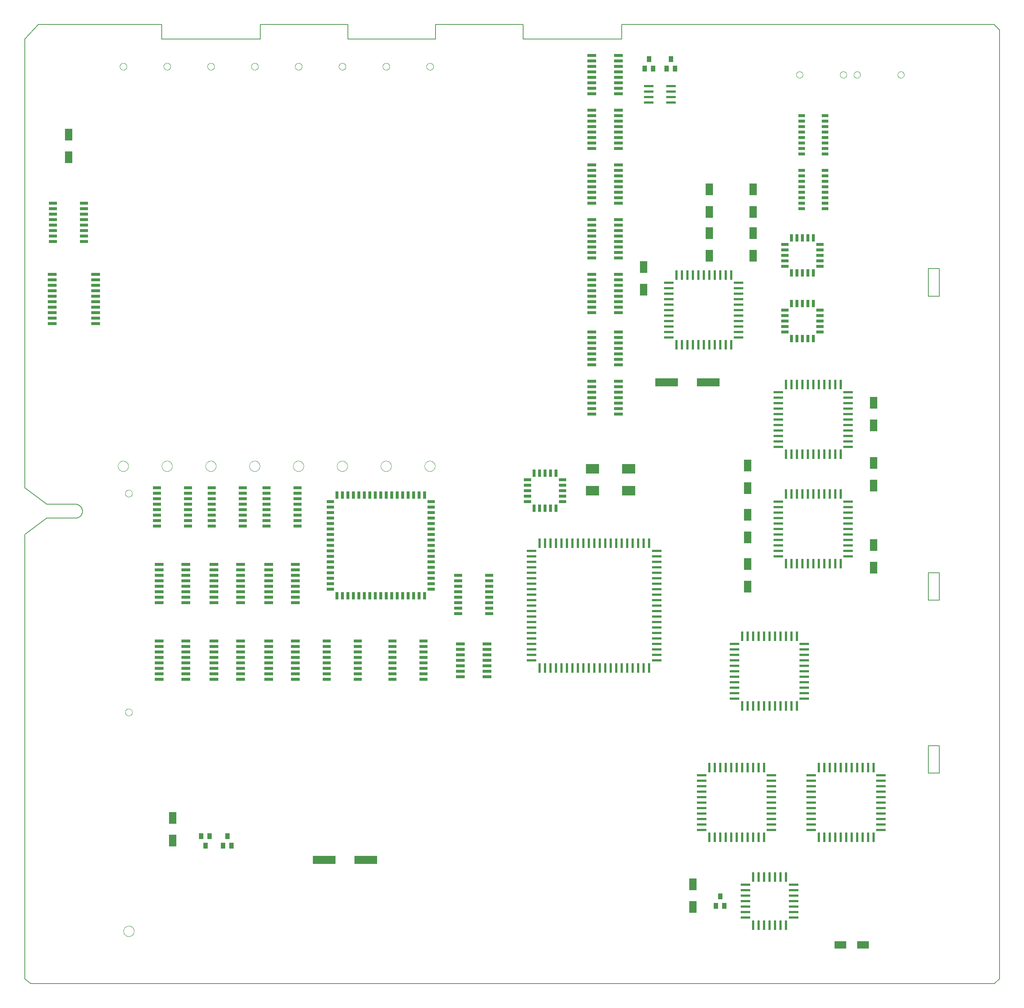
<source format=gtp>
G75*
%MOIN*%
%OFA0B0*%
%FSLAX25Y25*%
%IPPOS*%
%LPD*%
%AMOC8*
5,1,8,0,0,1.08239X$1,22.5*
%
%ADD10C,0.00600*%
%ADD11C,0.00000*%
%ADD12R,0.08000X0.02600*%
%ADD13R,0.07520X0.02520*%
%ADD14R,0.07087X0.02992*%
%ADD15R,0.02992X0.07087*%
%ADD16R,0.02362X0.08661*%
%ADD17R,0.08661X0.02362*%
%ADD18R,0.03937X0.05512*%
%ADD19R,0.06000X0.02500*%
%ADD20R,0.07087X0.10827*%
%ADD21R,0.21000X0.07600*%
%ADD22R,0.10827X0.07087*%
%ADD23R,0.12000X0.08600*%
D10*
X0004700Y0005800D02*
X0010200Y0001300D01*
X0890200Y0001300D01*
X0894700Y0005800D01*
X0894700Y0872800D01*
X0889700Y0877800D01*
X0549700Y0877800D01*
X0549700Y0864300D01*
X0459700Y0864300D01*
X0459700Y0877800D01*
X0379700Y0877800D01*
X0379700Y0864300D01*
X0299700Y0864300D01*
X0299700Y0877800D01*
X0219700Y0877800D01*
X0219700Y0864300D01*
X0129700Y0864300D01*
X0129700Y0877800D01*
X0017200Y0877800D01*
X0004700Y0864300D01*
X0004700Y0454300D01*
X0024700Y0439300D01*
X0051700Y0439300D01*
X0051856Y0439286D01*
X0052012Y0439267D01*
X0052168Y0439245D01*
X0052323Y0439219D01*
X0052477Y0439189D01*
X0052631Y0439155D01*
X0052783Y0439117D01*
X0052935Y0439075D01*
X0053085Y0439030D01*
X0053234Y0438981D01*
X0053382Y0438928D01*
X0053529Y0438871D01*
X0053674Y0438811D01*
X0053817Y0438748D01*
X0053959Y0438680D01*
X0054100Y0438609D01*
X0054238Y0438535D01*
X0054374Y0438457D01*
X0054509Y0438376D01*
X0054641Y0438291D01*
X0054772Y0438203D01*
X0054900Y0438112D01*
X0055025Y0438018D01*
X0055149Y0437921D01*
X0055269Y0437820D01*
X0055388Y0437717D01*
X0055503Y0437610D01*
X0055616Y0437501D01*
X0055726Y0437389D01*
X0055834Y0437274D01*
X0055938Y0437157D01*
X0056039Y0437037D01*
X0056138Y0436914D01*
X0056233Y0436789D01*
X0056325Y0436662D01*
X0056414Y0436532D01*
X0056500Y0436401D01*
X0056582Y0436267D01*
X0056661Y0436131D01*
X0056736Y0435993D01*
X0056808Y0435854D01*
X0056877Y0435712D01*
X0056942Y0435569D01*
X0057003Y0435425D01*
X0057061Y0435278D01*
X0057115Y0435131D01*
X0057165Y0434982D01*
X0057211Y0434832D01*
X0057254Y0434681D01*
X0057293Y0434529D01*
X0057328Y0434375D01*
X0057360Y0434221D01*
X0057387Y0434067D01*
X0057411Y0433911D01*
X0057430Y0433756D01*
X0057446Y0433599D01*
X0057458Y0433443D01*
X0057466Y0433286D01*
X0057470Y0433129D01*
X0057470Y0432971D01*
X0057466Y0432814D01*
X0057458Y0432657D01*
X0057446Y0432501D01*
X0057430Y0432344D01*
X0057411Y0432189D01*
X0057387Y0432033D01*
X0057360Y0431879D01*
X0057328Y0431725D01*
X0057293Y0431571D01*
X0057254Y0431419D01*
X0057211Y0431268D01*
X0057165Y0431118D01*
X0057115Y0430969D01*
X0057061Y0430822D01*
X0057003Y0430675D01*
X0056942Y0430531D01*
X0056877Y0430388D01*
X0056808Y0430246D01*
X0056736Y0430107D01*
X0056661Y0429969D01*
X0056582Y0429833D01*
X0056500Y0429699D01*
X0056414Y0429568D01*
X0056325Y0429438D01*
X0056233Y0429311D01*
X0056138Y0429186D01*
X0056039Y0429063D01*
X0055938Y0428943D01*
X0055834Y0428826D01*
X0055726Y0428711D01*
X0055616Y0428599D01*
X0055503Y0428490D01*
X0055388Y0428383D01*
X0055269Y0428280D01*
X0055149Y0428179D01*
X0055025Y0428082D01*
X0054900Y0427988D01*
X0054772Y0427897D01*
X0054641Y0427809D01*
X0054509Y0427724D01*
X0054374Y0427643D01*
X0054238Y0427565D01*
X0054100Y0427491D01*
X0053959Y0427420D01*
X0053817Y0427352D01*
X0053674Y0427289D01*
X0053529Y0427229D01*
X0053382Y0427172D01*
X0053234Y0427119D01*
X0053085Y0427070D01*
X0052935Y0427025D01*
X0052783Y0426983D01*
X0052631Y0426945D01*
X0052477Y0426911D01*
X0052323Y0426881D01*
X0052168Y0426855D01*
X0052012Y0426833D01*
X0051856Y0426814D01*
X0051700Y0426800D01*
X0024700Y0426800D01*
X0004700Y0411800D01*
X0004700Y0005800D01*
X0829700Y0193800D02*
X0829700Y0218800D01*
X0839700Y0218800D01*
X0839700Y0193800D01*
X0829700Y0193800D01*
X0829700Y0351800D02*
X0829700Y0376800D01*
X0839700Y0376800D01*
X0839700Y0351800D01*
X0829700Y0351800D01*
X0829700Y0629300D02*
X0829700Y0654800D01*
X0839700Y0654800D01*
X0839700Y0629300D01*
X0829700Y0629300D01*
D11*
X0801747Y0831800D02*
X0801749Y0831908D01*
X0801755Y0832017D01*
X0801765Y0832125D01*
X0801779Y0832232D01*
X0801797Y0832339D01*
X0801818Y0832446D01*
X0801844Y0832551D01*
X0801874Y0832656D01*
X0801907Y0832759D01*
X0801944Y0832861D01*
X0801985Y0832961D01*
X0802029Y0833060D01*
X0802078Y0833158D01*
X0802129Y0833253D01*
X0802184Y0833346D01*
X0802243Y0833438D01*
X0802305Y0833527D01*
X0802370Y0833614D01*
X0802438Y0833698D01*
X0802509Y0833780D01*
X0802583Y0833859D01*
X0802660Y0833935D01*
X0802740Y0834009D01*
X0802823Y0834079D01*
X0802908Y0834147D01*
X0802995Y0834211D01*
X0803085Y0834272D01*
X0803177Y0834330D01*
X0803271Y0834384D01*
X0803367Y0834435D01*
X0803464Y0834482D01*
X0803564Y0834526D01*
X0803665Y0834566D01*
X0803767Y0834602D01*
X0803870Y0834634D01*
X0803975Y0834663D01*
X0804081Y0834687D01*
X0804187Y0834708D01*
X0804294Y0834725D01*
X0804402Y0834738D01*
X0804510Y0834747D01*
X0804619Y0834752D01*
X0804727Y0834753D01*
X0804836Y0834750D01*
X0804944Y0834743D01*
X0805052Y0834732D01*
X0805159Y0834717D01*
X0805266Y0834698D01*
X0805372Y0834675D01*
X0805477Y0834649D01*
X0805582Y0834618D01*
X0805684Y0834584D01*
X0805786Y0834546D01*
X0805886Y0834504D01*
X0805985Y0834459D01*
X0806082Y0834410D01*
X0806176Y0834357D01*
X0806269Y0834301D01*
X0806360Y0834242D01*
X0806449Y0834179D01*
X0806535Y0834114D01*
X0806619Y0834045D01*
X0806700Y0833973D01*
X0806778Y0833898D01*
X0806854Y0833820D01*
X0806927Y0833739D01*
X0806997Y0833656D01*
X0807063Y0833571D01*
X0807127Y0833483D01*
X0807187Y0833392D01*
X0807244Y0833300D01*
X0807297Y0833205D01*
X0807347Y0833109D01*
X0807393Y0833011D01*
X0807436Y0832911D01*
X0807475Y0832810D01*
X0807510Y0832707D01*
X0807542Y0832604D01*
X0807569Y0832499D01*
X0807593Y0832393D01*
X0807613Y0832286D01*
X0807629Y0832179D01*
X0807641Y0832071D01*
X0807649Y0831963D01*
X0807653Y0831854D01*
X0807653Y0831746D01*
X0807649Y0831637D01*
X0807641Y0831529D01*
X0807629Y0831421D01*
X0807613Y0831314D01*
X0807593Y0831207D01*
X0807569Y0831101D01*
X0807542Y0830996D01*
X0807510Y0830893D01*
X0807475Y0830790D01*
X0807436Y0830689D01*
X0807393Y0830589D01*
X0807347Y0830491D01*
X0807297Y0830395D01*
X0807244Y0830300D01*
X0807187Y0830208D01*
X0807127Y0830117D01*
X0807063Y0830029D01*
X0806997Y0829944D01*
X0806927Y0829861D01*
X0806854Y0829780D01*
X0806778Y0829702D01*
X0806700Y0829627D01*
X0806619Y0829555D01*
X0806535Y0829486D01*
X0806449Y0829421D01*
X0806360Y0829358D01*
X0806269Y0829299D01*
X0806177Y0829243D01*
X0806082Y0829190D01*
X0805985Y0829141D01*
X0805886Y0829096D01*
X0805786Y0829054D01*
X0805684Y0829016D01*
X0805582Y0828982D01*
X0805477Y0828951D01*
X0805372Y0828925D01*
X0805266Y0828902D01*
X0805159Y0828883D01*
X0805052Y0828868D01*
X0804944Y0828857D01*
X0804836Y0828850D01*
X0804727Y0828847D01*
X0804619Y0828848D01*
X0804510Y0828853D01*
X0804402Y0828862D01*
X0804294Y0828875D01*
X0804187Y0828892D01*
X0804081Y0828913D01*
X0803975Y0828937D01*
X0803870Y0828966D01*
X0803767Y0828998D01*
X0803665Y0829034D01*
X0803564Y0829074D01*
X0803464Y0829118D01*
X0803367Y0829165D01*
X0803271Y0829216D01*
X0803177Y0829270D01*
X0803085Y0829328D01*
X0802995Y0829389D01*
X0802908Y0829453D01*
X0802823Y0829521D01*
X0802740Y0829591D01*
X0802660Y0829665D01*
X0802583Y0829741D01*
X0802509Y0829820D01*
X0802438Y0829902D01*
X0802370Y0829986D01*
X0802305Y0830073D01*
X0802243Y0830162D01*
X0802184Y0830254D01*
X0802129Y0830347D01*
X0802078Y0830442D01*
X0802029Y0830540D01*
X0801985Y0830639D01*
X0801944Y0830739D01*
X0801907Y0830841D01*
X0801874Y0830944D01*
X0801844Y0831049D01*
X0801818Y0831154D01*
X0801797Y0831261D01*
X0801779Y0831368D01*
X0801765Y0831475D01*
X0801755Y0831583D01*
X0801749Y0831692D01*
X0801747Y0831800D01*
X0761747Y0831800D02*
X0761749Y0831908D01*
X0761755Y0832017D01*
X0761765Y0832125D01*
X0761779Y0832232D01*
X0761797Y0832339D01*
X0761818Y0832446D01*
X0761844Y0832551D01*
X0761874Y0832656D01*
X0761907Y0832759D01*
X0761944Y0832861D01*
X0761985Y0832961D01*
X0762029Y0833060D01*
X0762078Y0833158D01*
X0762129Y0833253D01*
X0762184Y0833346D01*
X0762243Y0833438D01*
X0762305Y0833527D01*
X0762370Y0833614D01*
X0762438Y0833698D01*
X0762509Y0833780D01*
X0762583Y0833859D01*
X0762660Y0833935D01*
X0762740Y0834009D01*
X0762823Y0834079D01*
X0762908Y0834147D01*
X0762995Y0834211D01*
X0763085Y0834272D01*
X0763177Y0834330D01*
X0763271Y0834384D01*
X0763367Y0834435D01*
X0763464Y0834482D01*
X0763564Y0834526D01*
X0763665Y0834566D01*
X0763767Y0834602D01*
X0763870Y0834634D01*
X0763975Y0834663D01*
X0764081Y0834687D01*
X0764187Y0834708D01*
X0764294Y0834725D01*
X0764402Y0834738D01*
X0764510Y0834747D01*
X0764619Y0834752D01*
X0764727Y0834753D01*
X0764836Y0834750D01*
X0764944Y0834743D01*
X0765052Y0834732D01*
X0765159Y0834717D01*
X0765266Y0834698D01*
X0765372Y0834675D01*
X0765477Y0834649D01*
X0765582Y0834618D01*
X0765684Y0834584D01*
X0765786Y0834546D01*
X0765886Y0834504D01*
X0765985Y0834459D01*
X0766082Y0834410D01*
X0766176Y0834357D01*
X0766269Y0834301D01*
X0766360Y0834242D01*
X0766449Y0834179D01*
X0766535Y0834114D01*
X0766619Y0834045D01*
X0766700Y0833973D01*
X0766778Y0833898D01*
X0766854Y0833820D01*
X0766927Y0833739D01*
X0766997Y0833656D01*
X0767063Y0833571D01*
X0767127Y0833483D01*
X0767187Y0833392D01*
X0767244Y0833300D01*
X0767297Y0833205D01*
X0767347Y0833109D01*
X0767393Y0833011D01*
X0767436Y0832911D01*
X0767475Y0832810D01*
X0767510Y0832707D01*
X0767542Y0832604D01*
X0767569Y0832499D01*
X0767593Y0832393D01*
X0767613Y0832286D01*
X0767629Y0832179D01*
X0767641Y0832071D01*
X0767649Y0831963D01*
X0767653Y0831854D01*
X0767653Y0831746D01*
X0767649Y0831637D01*
X0767641Y0831529D01*
X0767629Y0831421D01*
X0767613Y0831314D01*
X0767593Y0831207D01*
X0767569Y0831101D01*
X0767542Y0830996D01*
X0767510Y0830893D01*
X0767475Y0830790D01*
X0767436Y0830689D01*
X0767393Y0830589D01*
X0767347Y0830491D01*
X0767297Y0830395D01*
X0767244Y0830300D01*
X0767187Y0830208D01*
X0767127Y0830117D01*
X0767063Y0830029D01*
X0766997Y0829944D01*
X0766927Y0829861D01*
X0766854Y0829780D01*
X0766778Y0829702D01*
X0766700Y0829627D01*
X0766619Y0829555D01*
X0766535Y0829486D01*
X0766449Y0829421D01*
X0766360Y0829358D01*
X0766269Y0829299D01*
X0766177Y0829243D01*
X0766082Y0829190D01*
X0765985Y0829141D01*
X0765886Y0829096D01*
X0765786Y0829054D01*
X0765684Y0829016D01*
X0765582Y0828982D01*
X0765477Y0828951D01*
X0765372Y0828925D01*
X0765266Y0828902D01*
X0765159Y0828883D01*
X0765052Y0828868D01*
X0764944Y0828857D01*
X0764836Y0828850D01*
X0764727Y0828847D01*
X0764619Y0828848D01*
X0764510Y0828853D01*
X0764402Y0828862D01*
X0764294Y0828875D01*
X0764187Y0828892D01*
X0764081Y0828913D01*
X0763975Y0828937D01*
X0763870Y0828966D01*
X0763767Y0828998D01*
X0763665Y0829034D01*
X0763564Y0829074D01*
X0763464Y0829118D01*
X0763367Y0829165D01*
X0763271Y0829216D01*
X0763177Y0829270D01*
X0763085Y0829328D01*
X0762995Y0829389D01*
X0762908Y0829453D01*
X0762823Y0829521D01*
X0762740Y0829591D01*
X0762660Y0829665D01*
X0762583Y0829741D01*
X0762509Y0829820D01*
X0762438Y0829902D01*
X0762370Y0829986D01*
X0762305Y0830073D01*
X0762243Y0830162D01*
X0762184Y0830254D01*
X0762129Y0830347D01*
X0762078Y0830442D01*
X0762029Y0830540D01*
X0761985Y0830639D01*
X0761944Y0830739D01*
X0761907Y0830841D01*
X0761874Y0830944D01*
X0761844Y0831049D01*
X0761818Y0831154D01*
X0761797Y0831261D01*
X0761779Y0831368D01*
X0761765Y0831475D01*
X0761755Y0831583D01*
X0761749Y0831692D01*
X0761747Y0831800D01*
X0749247Y0831800D02*
X0749249Y0831908D01*
X0749255Y0832017D01*
X0749265Y0832125D01*
X0749279Y0832232D01*
X0749297Y0832339D01*
X0749318Y0832446D01*
X0749344Y0832551D01*
X0749374Y0832656D01*
X0749407Y0832759D01*
X0749444Y0832861D01*
X0749485Y0832961D01*
X0749529Y0833060D01*
X0749578Y0833158D01*
X0749629Y0833253D01*
X0749684Y0833346D01*
X0749743Y0833438D01*
X0749805Y0833527D01*
X0749870Y0833614D01*
X0749938Y0833698D01*
X0750009Y0833780D01*
X0750083Y0833859D01*
X0750160Y0833935D01*
X0750240Y0834009D01*
X0750323Y0834079D01*
X0750408Y0834147D01*
X0750495Y0834211D01*
X0750585Y0834272D01*
X0750677Y0834330D01*
X0750771Y0834384D01*
X0750867Y0834435D01*
X0750964Y0834482D01*
X0751064Y0834526D01*
X0751165Y0834566D01*
X0751267Y0834602D01*
X0751370Y0834634D01*
X0751475Y0834663D01*
X0751581Y0834687D01*
X0751687Y0834708D01*
X0751794Y0834725D01*
X0751902Y0834738D01*
X0752010Y0834747D01*
X0752119Y0834752D01*
X0752227Y0834753D01*
X0752336Y0834750D01*
X0752444Y0834743D01*
X0752552Y0834732D01*
X0752659Y0834717D01*
X0752766Y0834698D01*
X0752872Y0834675D01*
X0752977Y0834649D01*
X0753082Y0834618D01*
X0753184Y0834584D01*
X0753286Y0834546D01*
X0753386Y0834504D01*
X0753485Y0834459D01*
X0753582Y0834410D01*
X0753676Y0834357D01*
X0753769Y0834301D01*
X0753860Y0834242D01*
X0753949Y0834179D01*
X0754035Y0834114D01*
X0754119Y0834045D01*
X0754200Y0833973D01*
X0754278Y0833898D01*
X0754354Y0833820D01*
X0754427Y0833739D01*
X0754497Y0833656D01*
X0754563Y0833571D01*
X0754627Y0833483D01*
X0754687Y0833392D01*
X0754744Y0833300D01*
X0754797Y0833205D01*
X0754847Y0833109D01*
X0754893Y0833011D01*
X0754936Y0832911D01*
X0754975Y0832810D01*
X0755010Y0832707D01*
X0755042Y0832604D01*
X0755069Y0832499D01*
X0755093Y0832393D01*
X0755113Y0832286D01*
X0755129Y0832179D01*
X0755141Y0832071D01*
X0755149Y0831963D01*
X0755153Y0831854D01*
X0755153Y0831746D01*
X0755149Y0831637D01*
X0755141Y0831529D01*
X0755129Y0831421D01*
X0755113Y0831314D01*
X0755093Y0831207D01*
X0755069Y0831101D01*
X0755042Y0830996D01*
X0755010Y0830893D01*
X0754975Y0830790D01*
X0754936Y0830689D01*
X0754893Y0830589D01*
X0754847Y0830491D01*
X0754797Y0830395D01*
X0754744Y0830300D01*
X0754687Y0830208D01*
X0754627Y0830117D01*
X0754563Y0830029D01*
X0754497Y0829944D01*
X0754427Y0829861D01*
X0754354Y0829780D01*
X0754278Y0829702D01*
X0754200Y0829627D01*
X0754119Y0829555D01*
X0754035Y0829486D01*
X0753949Y0829421D01*
X0753860Y0829358D01*
X0753769Y0829299D01*
X0753677Y0829243D01*
X0753582Y0829190D01*
X0753485Y0829141D01*
X0753386Y0829096D01*
X0753286Y0829054D01*
X0753184Y0829016D01*
X0753082Y0828982D01*
X0752977Y0828951D01*
X0752872Y0828925D01*
X0752766Y0828902D01*
X0752659Y0828883D01*
X0752552Y0828868D01*
X0752444Y0828857D01*
X0752336Y0828850D01*
X0752227Y0828847D01*
X0752119Y0828848D01*
X0752010Y0828853D01*
X0751902Y0828862D01*
X0751794Y0828875D01*
X0751687Y0828892D01*
X0751581Y0828913D01*
X0751475Y0828937D01*
X0751370Y0828966D01*
X0751267Y0828998D01*
X0751165Y0829034D01*
X0751064Y0829074D01*
X0750964Y0829118D01*
X0750867Y0829165D01*
X0750771Y0829216D01*
X0750677Y0829270D01*
X0750585Y0829328D01*
X0750495Y0829389D01*
X0750408Y0829453D01*
X0750323Y0829521D01*
X0750240Y0829591D01*
X0750160Y0829665D01*
X0750083Y0829741D01*
X0750009Y0829820D01*
X0749938Y0829902D01*
X0749870Y0829986D01*
X0749805Y0830073D01*
X0749743Y0830162D01*
X0749684Y0830254D01*
X0749629Y0830347D01*
X0749578Y0830442D01*
X0749529Y0830540D01*
X0749485Y0830639D01*
X0749444Y0830739D01*
X0749407Y0830841D01*
X0749374Y0830944D01*
X0749344Y0831049D01*
X0749318Y0831154D01*
X0749297Y0831261D01*
X0749279Y0831368D01*
X0749265Y0831475D01*
X0749255Y0831583D01*
X0749249Y0831692D01*
X0749247Y0831800D01*
X0709247Y0831800D02*
X0709249Y0831908D01*
X0709255Y0832017D01*
X0709265Y0832125D01*
X0709279Y0832232D01*
X0709297Y0832339D01*
X0709318Y0832446D01*
X0709344Y0832551D01*
X0709374Y0832656D01*
X0709407Y0832759D01*
X0709444Y0832861D01*
X0709485Y0832961D01*
X0709529Y0833060D01*
X0709578Y0833158D01*
X0709629Y0833253D01*
X0709684Y0833346D01*
X0709743Y0833438D01*
X0709805Y0833527D01*
X0709870Y0833614D01*
X0709938Y0833698D01*
X0710009Y0833780D01*
X0710083Y0833859D01*
X0710160Y0833935D01*
X0710240Y0834009D01*
X0710323Y0834079D01*
X0710408Y0834147D01*
X0710495Y0834211D01*
X0710585Y0834272D01*
X0710677Y0834330D01*
X0710771Y0834384D01*
X0710867Y0834435D01*
X0710964Y0834482D01*
X0711064Y0834526D01*
X0711165Y0834566D01*
X0711267Y0834602D01*
X0711370Y0834634D01*
X0711475Y0834663D01*
X0711581Y0834687D01*
X0711687Y0834708D01*
X0711794Y0834725D01*
X0711902Y0834738D01*
X0712010Y0834747D01*
X0712119Y0834752D01*
X0712227Y0834753D01*
X0712336Y0834750D01*
X0712444Y0834743D01*
X0712552Y0834732D01*
X0712659Y0834717D01*
X0712766Y0834698D01*
X0712872Y0834675D01*
X0712977Y0834649D01*
X0713082Y0834618D01*
X0713184Y0834584D01*
X0713286Y0834546D01*
X0713386Y0834504D01*
X0713485Y0834459D01*
X0713582Y0834410D01*
X0713676Y0834357D01*
X0713769Y0834301D01*
X0713860Y0834242D01*
X0713949Y0834179D01*
X0714035Y0834114D01*
X0714119Y0834045D01*
X0714200Y0833973D01*
X0714278Y0833898D01*
X0714354Y0833820D01*
X0714427Y0833739D01*
X0714497Y0833656D01*
X0714563Y0833571D01*
X0714627Y0833483D01*
X0714687Y0833392D01*
X0714744Y0833300D01*
X0714797Y0833205D01*
X0714847Y0833109D01*
X0714893Y0833011D01*
X0714936Y0832911D01*
X0714975Y0832810D01*
X0715010Y0832707D01*
X0715042Y0832604D01*
X0715069Y0832499D01*
X0715093Y0832393D01*
X0715113Y0832286D01*
X0715129Y0832179D01*
X0715141Y0832071D01*
X0715149Y0831963D01*
X0715153Y0831854D01*
X0715153Y0831746D01*
X0715149Y0831637D01*
X0715141Y0831529D01*
X0715129Y0831421D01*
X0715113Y0831314D01*
X0715093Y0831207D01*
X0715069Y0831101D01*
X0715042Y0830996D01*
X0715010Y0830893D01*
X0714975Y0830790D01*
X0714936Y0830689D01*
X0714893Y0830589D01*
X0714847Y0830491D01*
X0714797Y0830395D01*
X0714744Y0830300D01*
X0714687Y0830208D01*
X0714627Y0830117D01*
X0714563Y0830029D01*
X0714497Y0829944D01*
X0714427Y0829861D01*
X0714354Y0829780D01*
X0714278Y0829702D01*
X0714200Y0829627D01*
X0714119Y0829555D01*
X0714035Y0829486D01*
X0713949Y0829421D01*
X0713860Y0829358D01*
X0713769Y0829299D01*
X0713677Y0829243D01*
X0713582Y0829190D01*
X0713485Y0829141D01*
X0713386Y0829096D01*
X0713286Y0829054D01*
X0713184Y0829016D01*
X0713082Y0828982D01*
X0712977Y0828951D01*
X0712872Y0828925D01*
X0712766Y0828902D01*
X0712659Y0828883D01*
X0712552Y0828868D01*
X0712444Y0828857D01*
X0712336Y0828850D01*
X0712227Y0828847D01*
X0712119Y0828848D01*
X0712010Y0828853D01*
X0711902Y0828862D01*
X0711794Y0828875D01*
X0711687Y0828892D01*
X0711581Y0828913D01*
X0711475Y0828937D01*
X0711370Y0828966D01*
X0711267Y0828998D01*
X0711165Y0829034D01*
X0711064Y0829074D01*
X0710964Y0829118D01*
X0710867Y0829165D01*
X0710771Y0829216D01*
X0710677Y0829270D01*
X0710585Y0829328D01*
X0710495Y0829389D01*
X0710408Y0829453D01*
X0710323Y0829521D01*
X0710240Y0829591D01*
X0710160Y0829665D01*
X0710083Y0829741D01*
X0710009Y0829820D01*
X0709938Y0829902D01*
X0709870Y0829986D01*
X0709805Y0830073D01*
X0709743Y0830162D01*
X0709684Y0830254D01*
X0709629Y0830347D01*
X0709578Y0830442D01*
X0709529Y0830540D01*
X0709485Y0830639D01*
X0709444Y0830739D01*
X0709407Y0830841D01*
X0709374Y0830944D01*
X0709344Y0831049D01*
X0709318Y0831154D01*
X0709297Y0831261D01*
X0709279Y0831368D01*
X0709265Y0831475D01*
X0709255Y0831583D01*
X0709249Y0831692D01*
X0709247Y0831800D01*
X0371550Y0839300D02*
X0371552Y0839412D01*
X0371558Y0839523D01*
X0371568Y0839635D01*
X0371582Y0839746D01*
X0371599Y0839856D01*
X0371621Y0839966D01*
X0371647Y0840075D01*
X0371676Y0840183D01*
X0371709Y0840289D01*
X0371746Y0840395D01*
X0371787Y0840499D01*
X0371832Y0840602D01*
X0371880Y0840703D01*
X0371931Y0840802D01*
X0371986Y0840899D01*
X0372045Y0840994D01*
X0372106Y0841088D01*
X0372171Y0841179D01*
X0372240Y0841267D01*
X0372311Y0841353D01*
X0372385Y0841437D01*
X0372463Y0841517D01*
X0372543Y0841595D01*
X0372626Y0841671D01*
X0372711Y0841743D01*
X0372799Y0841812D01*
X0372889Y0841878D01*
X0372982Y0841940D01*
X0373077Y0842000D01*
X0373174Y0842056D01*
X0373272Y0842108D01*
X0373373Y0842157D01*
X0373475Y0842202D01*
X0373579Y0842244D01*
X0373684Y0842282D01*
X0373791Y0842316D01*
X0373898Y0842346D01*
X0374007Y0842373D01*
X0374116Y0842395D01*
X0374227Y0842414D01*
X0374337Y0842429D01*
X0374449Y0842440D01*
X0374560Y0842447D01*
X0374672Y0842450D01*
X0374784Y0842449D01*
X0374896Y0842444D01*
X0375007Y0842435D01*
X0375118Y0842422D01*
X0375229Y0842405D01*
X0375339Y0842385D01*
X0375448Y0842360D01*
X0375556Y0842332D01*
X0375663Y0842299D01*
X0375769Y0842263D01*
X0375873Y0842223D01*
X0375976Y0842180D01*
X0376078Y0842133D01*
X0376177Y0842082D01*
X0376275Y0842028D01*
X0376371Y0841970D01*
X0376465Y0841909D01*
X0376556Y0841845D01*
X0376645Y0841778D01*
X0376732Y0841707D01*
X0376816Y0841633D01*
X0376898Y0841557D01*
X0376976Y0841477D01*
X0377052Y0841395D01*
X0377125Y0841310D01*
X0377195Y0841223D01*
X0377261Y0841133D01*
X0377325Y0841041D01*
X0377385Y0840947D01*
X0377442Y0840851D01*
X0377495Y0840752D01*
X0377545Y0840652D01*
X0377591Y0840551D01*
X0377634Y0840447D01*
X0377673Y0840342D01*
X0377708Y0840236D01*
X0377739Y0840129D01*
X0377767Y0840020D01*
X0377790Y0839911D01*
X0377810Y0839801D01*
X0377826Y0839690D01*
X0377838Y0839579D01*
X0377846Y0839468D01*
X0377850Y0839356D01*
X0377850Y0839244D01*
X0377846Y0839132D01*
X0377838Y0839021D01*
X0377826Y0838910D01*
X0377810Y0838799D01*
X0377790Y0838689D01*
X0377767Y0838580D01*
X0377739Y0838471D01*
X0377708Y0838364D01*
X0377673Y0838258D01*
X0377634Y0838153D01*
X0377591Y0838049D01*
X0377545Y0837948D01*
X0377495Y0837848D01*
X0377442Y0837749D01*
X0377385Y0837653D01*
X0377325Y0837559D01*
X0377261Y0837467D01*
X0377195Y0837377D01*
X0377125Y0837290D01*
X0377052Y0837205D01*
X0376976Y0837123D01*
X0376898Y0837043D01*
X0376816Y0836967D01*
X0376732Y0836893D01*
X0376645Y0836822D01*
X0376556Y0836755D01*
X0376465Y0836691D01*
X0376371Y0836630D01*
X0376275Y0836572D01*
X0376177Y0836518D01*
X0376078Y0836467D01*
X0375976Y0836420D01*
X0375873Y0836377D01*
X0375769Y0836337D01*
X0375663Y0836301D01*
X0375556Y0836268D01*
X0375448Y0836240D01*
X0375339Y0836215D01*
X0375229Y0836195D01*
X0375118Y0836178D01*
X0375007Y0836165D01*
X0374896Y0836156D01*
X0374784Y0836151D01*
X0374672Y0836150D01*
X0374560Y0836153D01*
X0374449Y0836160D01*
X0374337Y0836171D01*
X0374227Y0836186D01*
X0374116Y0836205D01*
X0374007Y0836227D01*
X0373898Y0836254D01*
X0373791Y0836284D01*
X0373684Y0836318D01*
X0373579Y0836356D01*
X0373475Y0836398D01*
X0373373Y0836443D01*
X0373272Y0836492D01*
X0373174Y0836544D01*
X0373077Y0836600D01*
X0372982Y0836660D01*
X0372889Y0836722D01*
X0372799Y0836788D01*
X0372711Y0836857D01*
X0372626Y0836929D01*
X0372543Y0837005D01*
X0372463Y0837083D01*
X0372385Y0837163D01*
X0372311Y0837247D01*
X0372240Y0837333D01*
X0372171Y0837421D01*
X0372106Y0837512D01*
X0372045Y0837606D01*
X0371986Y0837701D01*
X0371931Y0837798D01*
X0371880Y0837897D01*
X0371832Y0837998D01*
X0371787Y0838101D01*
X0371746Y0838205D01*
X0371709Y0838311D01*
X0371676Y0838417D01*
X0371647Y0838525D01*
X0371621Y0838634D01*
X0371599Y0838744D01*
X0371582Y0838854D01*
X0371568Y0838965D01*
X0371558Y0839077D01*
X0371552Y0839188D01*
X0371550Y0839300D01*
X0331550Y0839300D02*
X0331552Y0839412D01*
X0331558Y0839523D01*
X0331568Y0839635D01*
X0331582Y0839746D01*
X0331599Y0839856D01*
X0331621Y0839966D01*
X0331647Y0840075D01*
X0331676Y0840183D01*
X0331709Y0840289D01*
X0331746Y0840395D01*
X0331787Y0840499D01*
X0331832Y0840602D01*
X0331880Y0840703D01*
X0331931Y0840802D01*
X0331986Y0840899D01*
X0332045Y0840994D01*
X0332106Y0841088D01*
X0332171Y0841179D01*
X0332240Y0841267D01*
X0332311Y0841353D01*
X0332385Y0841437D01*
X0332463Y0841517D01*
X0332543Y0841595D01*
X0332626Y0841671D01*
X0332711Y0841743D01*
X0332799Y0841812D01*
X0332889Y0841878D01*
X0332982Y0841940D01*
X0333077Y0842000D01*
X0333174Y0842056D01*
X0333272Y0842108D01*
X0333373Y0842157D01*
X0333475Y0842202D01*
X0333579Y0842244D01*
X0333684Y0842282D01*
X0333791Y0842316D01*
X0333898Y0842346D01*
X0334007Y0842373D01*
X0334116Y0842395D01*
X0334227Y0842414D01*
X0334337Y0842429D01*
X0334449Y0842440D01*
X0334560Y0842447D01*
X0334672Y0842450D01*
X0334784Y0842449D01*
X0334896Y0842444D01*
X0335007Y0842435D01*
X0335118Y0842422D01*
X0335229Y0842405D01*
X0335339Y0842385D01*
X0335448Y0842360D01*
X0335556Y0842332D01*
X0335663Y0842299D01*
X0335769Y0842263D01*
X0335873Y0842223D01*
X0335976Y0842180D01*
X0336078Y0842133D01*
X0336177Y0842082D01*
X0336275Y0842028D01*
X0336371Y0841970D01*
X0336465Y0841909D01*
X0336556Y0841845D01*
X0336645Y0841778D01*
X0336732Y0841707D01*
X0336816Y0841633D01*
X0336898Y0841557D01*
X0336976Y0841477D01*
X0337052Y0841395D01*
X0337125Y0841310D01*
X0337195Y0841223D01*
X0337261Y0841133D01*
X0337325Y0841041D01*
X0337385Y0840947D01*
X0337442Y0840851D01*
X0337495Y0840752D01*
X0337545Y0840652D01*
X0337591Y0840551D01*
X0337634Y0840447D01*
X0337673Y0840342D01*
X0337708Y0840236D01*
X0337739Y0840129D01*
X0337767Y0840020D01*
X0337790Y0839911D01*
X0337810Y0839801D01*
X0337826Y0839690D01*
X0337838Y0839579D01*
X0337846Y0839468D01*
X0337850Y0839356D01*
X0337850Y0839244D01*
X0337846Y0839132D01*
X0337838Y0839021D01*
X0337826Y0838910D01*
X0337810Y0838799D01*
X0337790Y0838689D01*
X0337767Y0838580D01*
X0337739Y0838471D01*
X0337708Y0838364D01*
X0337673Y0838258D01*
X0337634Y0838153D01*
X0337591Y0838049D01*
X0337545Y0837948D01*
X0337495Y0837848D01*
X0337442Y0837749D01*
X0337385Y0837653D01*
X0337325Y0837559D01*
X0337261Y0837467D01*
X0337195Y0837377D01*
X0337125Y0837290D01*
X0337052Y0837205D01*
X0336976Y0837123D01*
X0336898Y0837043D01*
X0336816Y0836967D01*
X0336732Y0836893D01*
X0336645Y0836822D01*
X0336556Y0836755D01*
X0336465Y0836691D01*
X0336371Y0836630D01*
X0336275Y0836572D01*
X0336177Y0836518D01*
X0336078Y0836467D01*
X0335976Y0836420D01*
X0335873Y0836377D01*
X0335769Y0836337D01*
X0335663Y0836301D01*
X0335556Y0836268D01*
X0335448Y0836240D01*
X0335339Y0836215D01*
X0335229Y0836195D01*
X0335118Y0836178D01*
X0335007Y0836165D01*
X0334896Y0836156D01*
X0334784Y0836151D01*
X0334672Y0836150D01*
X0334560Y0836153D01*
X0334449Y0836160D01*
X0334337Y0836171D01*
X0334227Y0836186D01*
X0334116Y0836205D01*
X0334007Y0836227D01*
X0333898Y0836254D01*
X0333791Y0836284D01*
X0333684Y0836318D01*
X0333579Y0836356D01*
X0333475Y0836398D01*
X0333373Y0836443D01*
X0333272Y0836492D01*
X0333174Y0836544D01*
X0333077Y0836600D01*
X0332982Y0836660D01*
X0332889Y0836722D01*
X0332799Y0836788D01*
X0332711Y0836857D01*
X0332626Y0836929D01*
X0332543Y0837005D01*
X0332463Y0837083D01*
X0332385Y0837163D01*
X0332311Y0837247D01*
X0332240Y0837333D01*
X0332171Y0837421D01*
X0332106Y0837512D01*
X0332045Y0837606D01*
X0331986Y0837701D01*
X0331931Y0837798D01*
X0331880Y0837897D01*
X0331832Y0837998D01*
X0331787Y0838101D01*
X0331746Y0838205D01*
X0331709Y0838311D01*
X0331676Y0838417D01*
X0331647Y0838525D01*
X0331621Y0838634D01*
X0331599Y0838744D01*
X0331582Y0838854D01*
X0331568Y0838965D01*
X0331558Y0839077D01*
X0331552Y0839188D01*
X0331550Y0839300D01*
X0291550Y0839300D02*
X0291552Y0839412D01*
X0291558Y0839523D01*
X0291568Y0839635D01*
X0291582Y0839746D01*
X0291599Y0839856D01*
X0291621Y0839966D01*
X0291647Y0840075D01*
X0291676Y0840183D01*
X0291709Y0840289D01*
X0291746Y0840395D01*
X0291787Y0840499D01*
X0291832Y0840602D01*
X0291880Y0840703D01*
X0291931Y0840802D01*
X0291986Y0840899D01*
X0292045Y0840994D01*
X0292106Y0841088D01*
X0292171Y0841179D01*
X0292240Y0841267D01*
X0292311Y0841353D01*
X0292385Y0841437D01*
X0292463Y0841517D01*
X0292543Y0841595D01*
X0292626Y0841671D01*
X0292711Y0841743D01*
X0292799Y0841812D01*
X0292889Y0841878D01*
X0292982Y0841940D01*
X0293077Y0842000D01*
X0293174Y0842056D01*
X0293272Y0842108D01*
X0293373Y0842157D01*
X0293475Y0842202D01*
X0293579Y0842244D01*
X0293684Y0842282D01*
X0293791Y0842316D01*
X0293898Y0842346D01*
X0294007Y0842373D01*
X0294116Y0842395D01*
X0294227Y0842414D01*
X0294337Y0842429D01*
X0294449Y0842440D01*
X0294560Y0842447D01*
X0294672Y0842450D01*
X0294784Y0842449D01*
X0294896Y0842444D01*
X0295007Y0842435D01*
X0295118Y0842422D01*
X0295229Y0842405D01*
X0295339Y0842385D01*
X0295448Y0842360D01*
X0295556Y0842332D01*
X0295663Y0842299D01*
X0295769Y0842263D01*
X0295873Y0842223D01*
X0295976Y0842180D01*
X0296078Y0842133D01*
X0296177Y0842082D01*
X0296275Y0842028D01*
X0296371Y0841970D01*
X0296465Y0841909D01*
X0296556Y0841845D01*
X0296645Y0841778D01*
X0296732Y0841707D01*
X0296816Y0841633D01*
X0296898Y0841557D01*
X0296976Y0841477D01*
X0297052Y0841395D01*
X0297125Y0841310D01*
X0297195Y0841223D01*
X0297261Y0841133D01*
X0297325Y0841041D01*
X0297385Y0840947D01*
X0297442Y0840851D01*
X0297495Y0840752D01*
X0297545Y0840652D01*
X0297591Y0840551D01*
X0297634Y0840447D01*
X0297673Y0840342D01*
X0297708Y0840236D01*
X0297739Y0840129D01*
X0297767Y0840020D01*
X0297790Y0839911D01*
X0297810Y0839801D01*
X0297826Y0839690D01*
X0297838Y0839579D01*
X0297846Y0839468D01*
X0297850Y0839356D01*
X0297850Y0839244D01*
X0297846Y0839132D01*
X0297838Y0839021D01*
X0297826Y0838910D01*
X0297810Y0838799D01*
X0297790Y0838689D01*
X0297767Y0838580D01*
X0297739Y0838471D01*
X0297708Y0838364D01*
X0297673Y0838258D01*
X0297634Y0838153D01*
X0297591Y0838049D01*
X0297545Y0837948D01*
X0297495Y0837848D01*
X0297442Y0837749D01*
X0297385Y0837653D01*
X0297325Y0837559D01*
X0297261Y0837467D01*
X0297195Y0837377D01*
X0297125Y0837290D01*
X0297052Y0837205D01*
X0296976Y0837123D01*
X0296898Y0837043D01*
X0296816Y0836967D01*
X0296732Y0836893D01*
X0296645Y0836822D01*
X0296556Y0836755D01*
X0296465Y0836691D01*
X0296371Y0836630D01*
X0296275Y0836572D01*
X0296177Y0836518D01*
X0296078Y0836467D01*
X0295976Y0836420D01*
X0295873Y0836377D01*
X0295769Y0836337D01*
X0295663Y0836301D01*
X0295556Y0836268D01*
X0295448Y0836240D01*
X0295339Y0836215D01*
X0295229Y0836195D01*
X0295118Y0836178D01*
X0295007Y0836165D01*
X0294896Y0836156D01*
X0294784Y0836151D01*
X0294672Y0836150D01*
X0294560Y0836153D01*
X0294449Y0836160D01*
X0294337Y0836171D01*
X0294227Y0836186D01*
X0294116Y0836205D01*
X0294007Y0836227D01*
X0293898Y0836254D01*
X0293791Y0836284D01*
X0293684Y0836318D01*
X0293579Y0836356D01*
X0293475Y0836398D01*
X0293373Y0836443D01*
X0293272Y0836492D01*
X0293174Y0836544D01*
X0293077Y0836600D01*
X0292982Y0836660D01*
X0292889Y0836722D01*
X0292799Y0836788D01*
X0292711Y0836857D01*
X0292626Y0836929D01*
X0292543Y0837005D01*
X0292463Y0837083D01*
X0292385Y0837163D01*
X0292311Y0837247D01*
X0292240Y0837333D01*
X0292171Y0837421D01*
X0292106Y0837512D01*
X0292045Y0837606D01*
X0291986Y0837701D01*
X0291931Y0837798D01*
X0291880Y0837897D01*
X0291832Y0837998D01*
X0291787Y0838101D01*
X0291746Y0838205D01*
X0291709Y0838311D01*
X0291676Y0838417D01*
X0291647Y0838525D01*
X0291621Y0838634D01*
X0291599Y0838744D01*
X0291582Y0838854D01*
X0291568Y0838965D01*
X0291558Y0839077D01*
X0291552Y0839188D01*
X0291550Y0839300D01*
X0251550Y0839300D02*
X0251552Y0839412D01*
X0251558Y0839523D01*
X0251568Y0839635D01*
X0251582Y0839746D01*
X0251599Y0839856D01*
X0251621Y0839966D01*
X0251647Y0840075D01*
X0251676Y0840183D01*
X0251709Y0840289D01*
X0251746Y0840395D01*
X0251787Y0840499D01*
X0251832Y0840602D01*
X0251880Y0840703D01*
X0251931Y0840802D01*
X0251986Y0840899D01*
X0252045Y0840994D01*
X0252106Y0841088D01*
X0252171Y0841179D01*
X0252240Y0841267D01*
X0252311Y0841353D01*
X0252385Y0841437D01*
X0252463Y0841517D01*
X0252543Y0841595D01*
X0252626Y0841671D01*
X0252711Y0841743D01*
X0252799Y0841812D01*
X0252889Y0841878D01*
X0252982Y0841940D01*
X0253077Y0842000D01*
X0253174Y0842056D01*
X0253272Y0842108D01*
X0253373Y0842157D01*
X0253475Y0842202D01*
X0253579Y0842244D01*
X0253684Y0842282D01*
X0253791Y0842316D01*
X0253898Y0842346D01*
X0254007Y0842373D01*
X0254116Y0842395D01*
X0254227Y0842414D01*
X0254337Y0842429D01*
X0254449Y0842440D01*
X0254560Y0842447D01*
X0254672Y0842450D01*
X0254784Y0842449D01*
X0254896Y0842444D01*
X0255007Y0842435D01*
X0255118Y0842422D01*
X0255229Y0842405D01*
X0255339Y0842385D01*
X0255448Y0842360D01*
X0255556Y0842332D01*
X0255663Y0842299D01*
X0255769Y0842263D01*
X0255873Y0842223D01*
X0255976Y0842180D01*
X0256078Y0842133D01*
X0256177Y0842082D01*
X0256275Y0842028D01*
X0256371Y0841970D01*
X0256465Y0841909D01*
X0256556Y0841845D01*
X0256645Y0841778D01*
X0256732Y0841707D01*
X0256816Y0841633D01*
X0256898Y0841557D01*
X0256976Y0841477D01*
X0257052Y0841395D01*
X0257125Y0841310D01*
X0257195Y0841223D01*
X0257261Y0841133D01*
X0257325Y0841041D01*
X0257385Y0840947D01*
X0257442Y0840851D01*
X0257495Y0840752D01*
X0257545Y0840652D01*
X0257591Y0840551D01*
X0257634Y0840447D01*
X0257673Y0840342D01*
X0257708Y0840236D01*
X0257739Y0840129D01*
X0257767Y0840020D01*
X0257790Y0839911D01*
X0257810Y0839801D01*
X0257826Y0839690D01*
X0257838Y0839579D01*
X0257846Y0839468D01*
X0257850Y0839356D01*
X0257850Y0839244D01*
X0257846Y0839132D01*
X0257838Y0839021D01*
X0257826Y0838910D01*
X0257810Y0838799D01*
X0257790Y0838689D01*
X0257767Y0838580D01*
X0257739Y0838471D01*
X0257708Y0838364D01*
X0257673Y0838258D01*
X0257634Y0838153D01*
X0257591Y0838049D01*
X0257545Y0837948D01*
X0257495Y0837848D01*
X0257442Y0837749D01*
X0257385Y0837653D01*
X0257325Y0837559D01*
X0257261Y0837467D01*
X0257195Y0837377D01*
X0257125Y0837290D01*
X0257052Y0837205D01*
X0256976Y0837123D01*
X0256898Y0837043D01*
X0256816Y0836967D01*
X0256732Y0836893D01*
X0256645Y0836822D01*
X0256556Y0836755D01*
X0256465Y0836691D01*
X0256371Y0836630D01*
X0256275Y0836572D01*
X0256177Y0836518D01*
X0256078Y0836467D01*
X0255976Y0836420D01*
X0255873Y0836377D01*
X0255769Y0836337D01*
X0255663Y0836301D01*
X0255556Y0836268D01*
X0255448Y0836240D01*
X0255339Y0836215D01*
X0255229Y0836195D01*
X0255118Y0836178D01*
X0255007Y0836165D01*
X0254896Y0836156D01*
X0254784Y0836151D01*
X0254672Y0836150D01*
X0254560Y0836153D01*
X0254449Y0836160D01*
X0254337Y0836171D01*
X0254227Y0836186D01*
X0254116Y0836205D01*
X0254007Y0836227D01*
X0253898Y0836254D01*
X0253791Y0836284D01*
X0253684Y0836318D01*
X0253579Y0836356D01*
X0253475Y0836398D01*
X0253373Y0836443D01*
X0253272Y0836492D01*
X0253174Y0836544D01*
X0253077Y0836600D01*
X0252982Y0836660D01*
X0252889Y0836722D01*
X0252799Y0836788D01*
X0252711Y0836857D01*
X0252626Y0836929D01*
X0252543Y0837005D01*
X0252463Y0837083D01*
X0252385Y0837163D01*
X0252311Y0837247D01*
X0252240Y0837333D01*
X0252171Y0837421D01*
X0252106Y0837512D01*
X0252045Y0837606D01*
X0251986Y0837701D01*
X0251931Y0837798D01*
X0251880Y0837897D01*
X0251832Y0837998D01*
X0251787Y0838101D01*
X0251746Y0838205D01*
X0251709Y0838311D01*
X0251676Y0838417D01*
X0251647Y0838525D01*
X0251621Y0838634D01*
X0251599Y0838744D01*
X0251582Y0838854D01*
X0251568Y0838965D01*
X0251558Y0839077D01*
X0251552Y0839188D01*
X0251550Y0839300D01*
X0211550Y0839300D02*
X0211552Y0839412D01*
X0211558Y0839523D01*
X0211568Y0839635D01*
X0211582Y0839746D01*
X0211599Y0839856D01*
X0211621Y0839966D01*
X0211647Y0840075D01*
X0211676Y0840183D01*
X0211709Y0840289D01*
X0211746Y0840395D01*
X0211787Y0840499D01*
X0211832Y0840602D01*
X0211880Y0840703D01*
X0211931Y0840802D01*
X0211986Y0840899D01*
X0212045Y0840994D01*
X0212106Y0841088D01*
X0212171Y0841179D01*
X0212240Y0841267D01*
X0212311Y0841353D01*
X0212385Y0841437D01*
X0212463Y0841517D01*
X0212543Y0841595D01*
X0212626Y0841671D01*
X0212711Y0841743D01*
X0212799Y0841812D01*
X0212889Y0841878D01*
X0212982Y0841940D01*
X0213077Y0842000D01*
X0213174Y0842056D01*
X0213272Y0842108D01*
X0213373Y0842157D01*
X0213475Y0842202D01*
X0213579Y0842244D01*
X0213684Y0842282D01*
X0213791Y0842316D01*
X0213898Y0842346D01*
X0214007Y0842373D01*
X0214116Y0842395D01*
X0214227Y0842414D01*
X0214337Y0842429D01*
X0214449Y0842440D01*
X0214560Y0842447D01*
X0214672Y0842450D01*
X0214784Y0842449D01*
X0214896Y0842444D01*
X0215007Y0842435D01*
X0215118Y0842422D01*
X0215229Y0842405D01*
X0215339Y0842385D01*
X0215448Y0842360D01*
X0215556Y0842332D01*
X0215663Y0842299D01*
X0215769Y0842263D01*
X0215873Y0842223D01*
X0215976Y0842180D01*
X0216078Y0842133D01*
X0216177Y0842082D01*
X0216275Y0842028D01*
X0216371Y0841970D01*
X0216465Y0841909D01*
X0216556Y0841845D01*
X0216645Y0841778D01*
X0216732Y0841707D01*
X0216816Y0841633D01*
X0216898Y0841557D01*
X0216976Y0841477D01*
X0217052Y0841395D01*
X0217125Y0841310D01*
X0217195Y0841223D01*
X0217261Y0841133D01*
X0217325Y0841041D01*
X0217385Y0840947D01*
X0217442Y0840851D01*
X0217495Y0840752D01*
X0217545Y0840652D01*
X0217591Y0840551D01*
X0217634Y0840447D01*
X0217673Y0840342D01*
X0217708Y0840236D01*
X0217739Y0840129D01*
X0217767Y0840020D01*
X0217790Y0839911D01*
X0217810Y0839801D01*
X0217826Y0839690D01*
X0217838Y0839579D01*
X0217846Y0839468D01*
X0217850Y0839356D01*
X0217850Y0839244D01*
X0217846Y0839132D01*
X0217838Y0839021D01*
X0217826Y0838910D01*
X0217810Y0838799D01*
X0217790Y0838689D01*
X0217767Y0838580D01*
X0217739Y0838471D01*
X0217708Y0838364D01*
X0217673Y0838258D01*
X0217634Y0838153D01*
X0217591Y0838049D01*
X0217545Y0837948D01*
X0217495Y0837848D01*
X0217442Y0837749D01*
X0217385Y0837653D01*
X0217325Y0837559D01*
X0217261Y0837467D01*
X0217195Y0837377D01*
X0217125Y0837290D01*
X0217052Y0837205D01*
X0216976Y0837123D01*
X0216898Y0837043D01*
X0216816Y0836967D01*
X0216732Y0836893D01*
X0216645Y0836822D01*
X0216556Y0836755D01*
X0216465Y0836691D01*
X0216371Y0836630D01*
X0216275Y0836572D01*
X0216177Y0836518D01*
X0216078Y0836467D01*
X0215976Y0836420D01*
X0215873Y0836377D01*
X0215769Y0836337D01*
X0215663Y0836301D01*
X0215556Y0836268D01*
X0215448Y0836240D01*
X0215339Y0836215D01*
X0215229Y0836195D01*
X0215118Y0836178D01*
X0215007Y0836165D01*
X0214896Y0836156D01*
X0214784Y0836151D01*
X0214672Y0836150D01*
X0214560Y0836153D01*
X0214449Y0836160D01*
X0214337Y0836171D01*
X0214227Y0836186D01*
X0214116Y0836205D01*
X0214007Y0836227D01*
X0213898Y0836254D01*
X0213791Y0836284D01*
X0213684Y0836318D01*
X0213579Y0836356D01*
X0213475Y0836398D01*
X0213373Y0836443D01*
X0213272Y0836492D01*
X0213174Y0836544D01*
X0213077Y0836600D01*
X0212982Y0836660D01*
X0212889Y0836722D01*
X0212799Y0836788D01*
X0212711Y0836857D01*
X0212626Y0836929D01*
X0212543Y0837005D01*
X0212463Y0837083D01*
X0212385Y0837163D01*
X0212311Y0837247D01*
X0212240Y0837333D01*
X0212171Y0837421D01*
X0212106Y0837512D01*
X0212045Y0837606D01*
X0211986Y0837701D01*
X0211931Y0837798D01*
X0211880Y0837897D01*
X0211832Y0837998D01*
X0211787Y0838101D01*
X0211746Y0838205D01*
X0211709Y0838311D01*
X0211676Y0838417D01*
X0211647Y0838525D01*
X0211621Y0838634D01*
X0211599Y0838744D01*
X0211582Y0838854D01*
X0211568Y0838965D01*
X0211558Y0839077D01*
X0211552Y0839188D01*
X0211550Y0839300D01*
X0171550Y0839300D02*
X0171552Y0839412D01*
X0171558Y0839523D01*
X0171568Y0839635D01*
X0171582Y0839746D01*
X0171599Y0839856D01*
X0171621Y0839966D01*
X0171647Y0840075D01*
X0171676Y0840183D01*
X0171709Y0840289D01*
X0171746Y0840395D01*
X0171787Y0840499D01*
X0171832Y0840602D01*
X0171880Y0840703D01*
X0171931Y0840802D01*
X0171986Y0840899D01*
X0172045Y0840994D01*
X0172106Y0841088D01*
X0172171Y0841179D01*
X0172240Y0841267D01*
X0172311Y0841353D01*
X0172385Y0841437D01*
X0172463Y0841517D01*
X0172543Y0841595D01*
X0172626Y0841671D01*
X0172711Y0841743D01*
X0172799Y0841812D01*
X0172889Y0841878D01*
X0172982Y0841940D01*
X0173077Y0842000D01*
X0173174Y0842056D01*
X0173272Y0842108D01*
X0173373Y0842157D01*
X0173475Y0842202D01*
X0173579Y0842244D01*
X0173684Y0842282D01*
X0173791Y0842316D01*
X0173898Y0842346D01*
X0174007Y0842373D01*
X0174116Y0842395D01*
X0174227Y0842414D01*
X0174337Y0842429D01*
X0174449Y0842440D01*
X0174560Y0842447D01*
X0174672Y0842450D01*
X0174784Y0842449D01*
X0174896Y0842444D01*
X0175007Y0842435D01*
X0175118Y0842422D01*
X0175229Y0842405D01*
X0175339Y0842385D01*
X0175448Y0842360D01*
X0175556Y0842332D01*
X0175663Y0842299D01*
X0175769Y0842263D01*
X0175873Y0842223D01*
X0175976Y0842180D01*
X0176078Y0842133D01*
X0176177Y0842082D01*
X0176275Y0842028D01*
X0176371Y0841970D01*
X0176465Y0841909D01*
X0176556Y0841845D01*
X0176645Y0841778D01*
X0176732Y0841707D01*
X0176816Y0841633D01*
X0176898Y0841557D01*
X0176976Y0841477D01*
X0177052Y0841395D01*
X0177125Y0841310D01*
X0177195Y0841223D01*
X0177261Y0841133D01*
X0177325Y0841041D01*
X0177385Y0840947D01*
X0177442Y0840851D01*
X0177495Y0840752D01*
X0177545Y0840652D01*
X0177591Y0840551D01*
X0177634Y0840447D01*
X0177673Y0840342D01*
X0177708Y0840236D01*
X0177739Y0840129D01*
X0177767Y0840020D01*
X0177790Y0839911D01*
X0177810Y0839801D01*
X0177826Y0839690D01*
X0177838Y0839579D01*
X0177846Y0839468D01*
X0177850Y0839356D01*
X0177850Y0839244D01*
X0177846Y0839132D01*
X0177838Y0839021D01*
X0177826Y0838910D01*
X0177810Y0838799D01*
X0177790Y0838689D01*
X0177767Y0838580D01*
X0177739Y0838471D01*
X0177708Y0838364D01*
X0177673Y0838258D01*
X0177634Y0838153D01*
X0177591Y0838049D01*
X0177545Y0837948D01*
X0177495Y0837848D01*
X0177442Y0837749D01*
X0177385Y0837653D01*
X0177325Y0837559D01*
X0177261Y0837467D01*
X0177195Y0837377D01*
X0177125Y0837290D01*
X0177052Y0837205D01*
X0176976Y0837123D01*
X0176898Y0837043D01*
X0176816Y0836967D01*
X0176732Y0836893D01*
X0176645Y0836822D01*
X0176556Y0836755D01*
X0176465Y0836691D01*
X0176371Y0836630D01*
X0176275Y0836572D01*
X0176177Y0836518D01*
X0176078Y0836467D01*
X0175976Y0836420D01*
X0175873Y0836377D01*
X0175769Y0836337D01*
X0175663Y0836301D01*
X0175556Y0836268D01*
X0175448Y0836240D01*
X0175339Y0836215D01*
X0175229Y0836195D01*
X0175118Y0836178D01*
X0175007Y0836165D01*
X0174896Y0836156D01*
X0174784Y0836151D01*
X0174672Y0836150D01*
X0174560Y0836153D01*
X0174449Y0836160D01*
X0174337Y0836171D01*
X0174227Y0836186D01*
X0174116Y0836205D01*
X0174007Y0836227D01*
X0173898Y0836254D01*
X0173791Y0836284D01*
X0173684Y0836318D01*
X0173579Y0836356D01*
X0173475Y0836398D01*
X0173373Y0836443D01*
X0173272Y0836492D01*
X0173174Y0836544D01*
X0173077Y0836600D01*
X0172982Y0836660D01*
X0172889Y0836722D01*
X0172799Y0836788D01*
X0172711Y0836857D01*
X0172626Y0836929D01*
X0172543Y0837005D01*
X0172463Y0837083D01*
X0172385Y0837163D01*
X0172311Y0837247D01*
X0172240Y0837333D01*
X0172171Y0837421D01*
X0172106Y0837512D01*
X0172045Y0837606D01*
X0171986Y0837701D01*
X0171931Y0837798D01*
X0171880Y0837897D01*
X0171832Y0837998D01*
X0171787Y0838101D01*
X0171746Y0838205D01*
X0171709Y0838311D01*
X0171676Y0838417D01*
X0171647Y0838525D01*
X0171621Y0838634D01*
X0171599Y0838744D01*
X0171582Y0838854D01*
X0171568Y0838965D01*
X0171558Y0839077D01*
X0171552Y0839188D01*
X0171550Y0839300D01*
X0131550Y0839300D02*
X0131552Y0839412D01*
X0131558Y0839523D01*
X0131568Y0839635D01*
X0131582Y0839746D01*
X0131599Y0839856D01*
X0131621Y0839966D01*
X0131647Y0840075D01*
X0131676Y0840183D01*
X0131709Y0840289D01*
X0131746Y0840395D01*
X0131787Y0840499D01*
X0131832Y0840602D01*
X0131880Y0840703D01*
X0131931Y0840802D01*
X0131986Y0840899D01*
X0132045Y0840994D01*
X0132106Y0841088D01*
X0132171Y0841179D01*
X0132240Y0841267D01*
X0132311Y0841353D01*
X0132385Y0841437D01*
X0132463Y0841517D01*
X0132543Y0841595D01*
X0132626Y0841671D01*
X0132711Y0841743D01*
X0132799Y0841812D01*
X0132889Y0841878D01*
X0132982Y0841940D01*
X0133077Y0842000D01*
X0133174Y0842056D01*
X0133272Y0842108D01*
X0133373Y0842157D01*
X0133475Y0842202D01*
X0133579Y0842244D01*
X0133684Y0842282D01*
X0133791Y0842316D01*
X0133898Y0842346D01*
X0134007Y0842373D01*
X0134116Y0842395D01*
X0134227Y0842414D01*
X0134337Y0842429D01*
X0134449Y0842440D01*
X0134560Y0842447D01*
X0134672Y0842450D01*
X0134784Y0842449D01*
X0134896Y0842444D01*
X0135007Y0842435D01*
X0135118Y0842422D01*
X0135229Y0842405D01*
X0135339Y0842385D01*
X0135448Y0842360D01*
X0135556Y0842332D01*
X0135663Y0842299D01*
X0135769Y0842263D01*
X0135873Y0842223D01*
X0135976Y0842180D01*
X0136078Y0842133D01*
X0136177Y0842082D01*
X0136275Y0842028D01*
X0136371Y0841970D01*
X0136465Y0841909D01*
X0136556Y0841845D01*
X0136645Y0841778D01*
X0136732Y0841707D01*
X0136816Y0841633D01*
X0136898Y0841557D01*
X0136976Y0841477D01*
X0137052Y0841395D01*
X0137125Y0841310D01*
X0137195Y0841223D01*
X0137261Y0841133D01*
X0137325Y0841041D01*
X0137385Y0840947D01*
X0137442Y0840851D01*
X0137495Y0840752D01*
X0137545Y0840652D01*
X0137591Y0840551D01*
X0137634Y0840447D01*
X0137673Y0840342D01*
X0137708Y0840236D01*
X0137739Y0840129D01*
X0137767Y0840020D01*
X0137790Y0839911D01*
X0137810Y0839801D01*
X0137826Y0839690D01*
X0137838Y0839579D01*
X0137846Y0839468D01*
X0137850Y0839356D01*
X0137850Y0839244D01*
X0137846Y0839132D01*
X0137838Y0839021D01*
X0137826Y0838910D01*
X0137810Y0838799D01*
X0137790Y0838689D01*
X0137767Y0838580D01*
X0137739Y0838471D01*
X0137708Y0838364D01*
X0137673Y0838258D01*
X0137634Y0838153D01*
X0137591Y0838049D01*
X0137545Y0837948D01*
X0137495Y0837848D01*
X0137442Y0837749D01*
X0137385Y0837653D01*
X0137325Y0837559D01*
X0137261Y0837467D01*
X0137195Y0837377D01*
X0137125Y0837290D01*
X0137052Y0837205D01*
X0136976Y0837123D01*
X0136898Y0837043D01*
X0136816Y0836967D01*
X0136732Y0836893D01*
X0136645Y0836822D01*
X0136556Y0836755D01*
X0136465Y0836691D01*
X0136371Y0836630D01*
X0136275Y0836572D01*
X0136177Y0836518D01*
X0136078Y0836467D01*
X0135976Y0836420D01*
X0135873Y0836377D01*
X0135769Y0836337D01*
X0135663Y0836301D01*
X0135556Y0836268D01*
X0135448Y0836240D01*
X0135339Y0836215D01*
X0135229Y0836195D01*
X0135118Y0836178D01*
X0135007Y0836165D01*
X0134896Y0836156D01*
X0134784Y0836151D01*
X0134672Y0836150D01*
X0134560Y0836153D01*
X0134449Y0836160D01*
X0134337Y0836171D01*
X0134227Y0836186D01*
X0134116Y0836205D01*
X0134007Y0836227D01*
X0133898Y0836254D01*
X0133791Y0836284D01*
X0133684Y0836318D01*
X0133579Y0836356D01*
X0133475Y0836398D01*
X0133373Y0836443D01*
X0133272Y0836492D01*
X0133174Y0836544D01*
X0133077Y0836600D01*
X0132982Y0836660D01*
X0132889Y0836722D01*
X0132799Y0836788D01*
X0132711Y0836857D01*
X0132626Y0836929D01*
X0132543Y0837005D01*
X0132463Y0837083D01*
X0132385Y0837163D01*
X0132311Y0837247D01*
X0132240Y0837333D01*
X0132171Y0837421D01*
X0132106Y0837512D01*
X0132045Y0837606D01*
X0131986Y0837701D01*
X0131931Y0837798D01*
X0131880Y0837897D01*
X0131832Y0837998D01*
X0131787Y0838101D01*
X0131746Y0838205D01*
X0131709Y0838311D01*
X0131676Y0838417D01*
X0131647Y0838525D01*
X0131621Y0838634D01*
X0131599Y0838744D01*
X0131582Y0838854D01*
X0131568Y0838965D01*
X0131558Y0839077D01*
X0131552Y0839188D01*
X0131550Y0839300D01*
X0091550Y0839300D02*
X0091552Y0839412D01*
X0091558Y0839523D01*
X0091568Y0839635D01*
X0091582Y0839746D01*
X0091599Y0839856D01*
X0091621Y0839966D01*
X0091647Y0840075D01*
X0091676Y0840183D01*
X0091709Y0840289D01*
X0091746Y0840395D01*
X0091787Y0840499D01*
X0091832Y0840602D01*
X0091880Y0840703D01*
X0091931Y0840802D01*
X0091986Y0840899D01*
X0092045Y0840994D01*
X0092106Y0841088D01*
X0092171Y0841179D01*
X0092240Y0841267D01*
X0092311Y0841353D01*
X0092385Y0841437D01*
X0092463Y0841517D01*
X0092543Y0841595D01*
X0092626Y0841671D01*
X0092711Y0841743D01*
X0092799Y0841812D01*
X0092889Y0841878D01*
X0092982Y0841940D01*
X0093077Y0842000D01*
X0093174Y0842056D01*
X0093272Y0842108D01*
X0093373Y0842157D01*
X0093475Y0842202D01*
X0093579Y0842244D01*
X0093684Y0842282D01*
X0093791Y0842316D01*
X0093898Y0842346D01*
X0094007Y0842373D01*
X0094116Y0842395D01*
X0094227Y0842414D01*
X0094337Y0842429D01*
X0094449Y0842440D01*
X0094560Y0842447D01*
X0094672Y0842450D01*
X0094784Y0842449D01*
X0094896Y0842444D01*
X0095007Y0842435D01*
X0095118Y0842422D01*
X0095229Y0842405D01*
X0095339Y0842385D01*
X0095448Y0842360D01*
X0095556Y0842332D01*
X0095663Y0842299D01*
X0095769Y0842263D01*
X0095873Y0842223D01*
X0095976Y0842180D01*
X0096078Y0842133D01*
X0096177Y0842082D01*
X0096275Y0842028D01*
X0096371Y0841970D01*
X0096465Y0841909D01*
X0096556Y0841845D01*
X0096645Y0841778D01*
X0096732Y0841707D01*
X0096816Y0841633D01*
X0096898Y0841557D01*
X0096976Y0841477D01*
X0097052Y0841395D01*
X0097125Y0841310D01*
X0097195Y0841223D01*
X0097261Y0841133D01*
X0097325Y0841041D01*
X0097385Y0840947D01*
X0097442Y0840851D01*
X0097495Y0840752D01*
X0097545Y0840652D01*
X0097591Y0840551D01*
X0097634Y0840447D01*
X0097673Y0840342D01*
X0097708Y0840236D01*
X0097739Y0840129D01*
X0097767Y0840020D01*
X0097790Y0839911D01*
X0097810Y0839801D01*
X0097826Y0839690D01*
X0097838Y0839579D01*
X0097846Y0839468D01*
X0097850Y0839356D01*
X0097850Y0839244D01*
X0097846Y0839132D01*
X0097838Y0839021D01*
X0097826Y0838910D01*
X0097810Y0838799D01*
X0097790Y0838689D01*
X0097767Y0838580D01*
X0097739Y0838471D01*
X0097708Y0838364D01*
X0097673Y0838258D01*
X0097634Y0838153D01*
X0097591Y0838049D01*
X0097545Y0837948D01*
X0097495Y0837848D01*
X0097442Y0837749D01*
X0097385Y0837653D01*
X0097325Y0837559D01*
X0097261Y0837467D01*
X0097195Y0837377D01*
X0097125Y0837290D01*
X0097052Y0837205D01*
X0096976Y0837123D01*
X0096898Y0837043D01*
X0096816Y0836967D01*
X0096732Y0836893D01*
X0096645Y0836822D01*
X0096556Y0836755D01*
X0096465Y0836691D01*
X0096371Y0836630D01*
X0096275Y0836572D01*
X0096177Y0836518D01*
X0096078Y0836467D01*
X0095976Y0836420D01*
X0095873Y0836377D01*
X0095769Y0836337D01*
X0095663Y0836301D01*
X0095556Y0836268D01*
X0095448Y0836240D01*
X0095339Y0836215D01*
X0095229Y0836195D01*
X0095118Y0836178D01*
X0095007Y0836165D01*
X0094896Y0836156D01*
X0094784Y0836151D01*
X0094672Y0836150D01*
X0094560Y0836153D01*
X0094449Y0836160D01*
X0094337Y0836171D01*
X0094227Y0836186D01*
X0094116Y0836205D01*
X0094007Y0836227D01*
X0093898Y0836254D01*
X0093791Y0836284D01*
X0093684Y0836318D01*
X0093579Y0836356D01*
X0093475Y0836398D01*
X0093373Y0836443D01*
X0093272Y0836492D01*
X0093174Y0836544D01*
X0093077Y0836600D01*
X0092982Y0836660D01*
X0092889Y0836722D01*
X0092799Y0836788D01*
X0092711Y0836857D01*
X0092626Y0836929D01*
X0092543Y0837005D01*
X0092463Y0837083D01*
X0092385Y0837163D01*
X0092311Y0837247D01*
X0092240Y0837333D01*
X0092171Y0837421D01*
X0092106Y0837512D01*
X0092045Y0837606D01*
X0091986Y0837701D01*
X0091931Y0837798D01*
X0091880Y0837897D01*
X0091832Y0837998D01*
X0091787Y0838101D01*
X0091746Y0838205D01*
X0091709Y0838311D01*
X0091676Y0838417D01*
X0091647Y0838525D01*
X0091621Y0838634D01*
X0091599Y0838744D01*
X0091582Y0838854D01*
X0091568Y0838965D01*
X0091558Y0839077D01*
X0091552Y0839188D01*
X0091550Y0839300D01*
X0089850Y0474200D02*
X0089852Y0474338D01*
X0089858Y0474475D01*
X0089868Y0474612D01*
X0089882Y0474749D01*
X0089900Y0474885D01*
X0089922Y0475021D01*
X0089947Y0475156D01*
X0089977Y0475290D01*
X0090010Y0475424D01*
X0090048Y0475556D01*
X0090089Y0475687D01*
X0090134Y0475817D01*
X0090183Y0475946D01*
X0090235Y0476073D01*
X0090291Y0476199D01*
X0090351Y0476323D01*
X0090414Y0476445D01*
X0090481Y0476565D01*
X0090551Y0476683D01*
X0090624Y0476800D01*
X0090701Y0476914D01*
X0090782Y0477025D01*
X0090865Y0477135D01*
X0090951Y0477242D01*
X0091041Y0477346D01*
X0091134Y0477448D01*
X0091229Y0477547D01*
X0091327Y0477643D01*
X0091428Y0477736D01*
X0091532Y0477826D01*
X0091638Y0477914D01*
X0091747Y0477998D01*
X0091858Y0478079D01*
X0091972Y0478157D01*
X0092087Y0478231D01*
X0092205Y0478302D01*
X0092325Y0478370D01*
X0092447Y0478434D01*
X0092570Y0478494D01*
X0092695Y0478551D01*
X0092822Y0478605D01*
X0092950Y0478654D01*
X0093080Y0478700D01*
X0093211Y0478742D01*
X0093343Y0478781D01*
X0093476Y0478815D01*
X0093610Y0478846D01*
X0093745Y0478872D01*
X0093881Y0478895D01*
X0094017Y0478914D01*
X0094154Y0478929D01*
X0094291Y0478940D01*
X0094428Y0478947D01*
X0094566Y0478950D01*
X0094703Y0478949D01*
X0094841Y0478944D01*
X0094978Y0478935D01*
X0095115Y0478922D01*
X0095251Y0478905D01*
X0095387Y0478884D01*
X0095522Y0478860D01*
X0095657Y0478831D01*
X0095791Y0478798D01*
X0095923Y0478762D01*
X0096055Y0478722D01*
X0096185Y0478678D01*
X0096314Y0478630D01*
X0096442Y0478578D01*
X0096568Y0478523D01*
X0096692Y0478465D01*
X0096814Y0478402D01*
X0096935Y0478336D01*
X0097054Y0478267D01*
X0097171Y0478194D01*
X0097285Y0478118D01*
X0097398Y0478039D01*
X0097508Y0477956D01*
X0097615Y0477870D01*
X0097720Y0477782D01*
X0097822Y0477690D01*
X0097922Y0477595D01*
X0098019Y0477497D01*
X0098113Y0477397D01*
X0098204Y0477294D01*
X0098292Y0477188D01*
X0098377Y0477080D01*
X0098459Y0476970D01*
X0098538Y0476857D01*
X0098613Y0476742D01*
X0098685Y0476624D01*
X0098753Y0476505D01*
X0098818Y0476384D01*
X0098880Y0476261D01*
X0098937Y0476136D01*
X0098992Y0476010D01*
X0099042Y0475882D01*
X0099089Y0475753D01*
X0099132Y0475622D01*
X0099171Y0475490D01*
X0099207Y0475357D01*
X0099238Y0475223D01*
X0099266Y0475089D01*
X0099290Y0474953D01*
X0099310Y0474817D01*
X0099326Y0474681D01*
X0099338Y0474544D01*
X0099346Y0474406D01*
X0099350Y0474269D01*
X0099350Y0474131D01*
X0099346Y0473994D01*
X0099338Y0473856D01*
X0099326Y0473719D01*
X0099310Y0473583D01*
X0099290Y0473447D01*
X0099266Y0473311D01*
X0099238Y0473177D01*
X0099207Y0473043D01*
X0099171Y0472910D01*
X0099132Y0472778D01*
X0099089Y0472647D01*
X0099042Y0472518D01*
X0098992Y0472390D01*
X0098937Y0472264D01*
X0098880Y0472139D01*
X0098818Y0472016D01*
X0098753Y0471895D01*
X0098685Y0471776D01*
X0098613Y0471658D01*
X0098538Y0471543D01*
X0098459Y0471430D01*
X0098377Y0471320D01*
X0098292Y0471212D01*
X0098204Y0471106D01*
X0098113Y0471003D01*
X0098019Y0470903D01*
X0097922Y0470805D01*
X0097822Y0470710D01*
X0097720Y0470618D01*
X0097615Y0470530D01*
X0097508Y0470444D01*
X0097398Y0470361D01*
X0097285Y0470282D01*
X0097171Y0470206D01*
X0097054Y0470133D01*
X0096935Y0470064D01*
X0096814Y0469998D01*
X0096692Y0469935D01*
X0096568Y0469877D01*
X0096442Y0469822D01*
X0096314Y0469770D01*
X0096185Y0469722D01*
X0096055Y0469678D01*
X0095923Y0469638D01*
X0095791Y0469602D01*
X0095657Y0469569D01*
X0095522Y0469540D01*
X0095387Y0469516D01*
X0095251Y0469495D01*
X0095115Y0469478D01*
X0094978Y0469465D01*
X0094841Y0469456D01*
X0094703Y0469451D01*
X0094566Y0469450D01*
X0094428Y0469453D01*
X0094291Y0469460D01*
X0094154Y0469471D01*
X0094017Y0469486D01*
X0093881Y0469505D01*
X0093745Y0469528D01*
X0093610Y0469554D01*
X0093476Y0469585D01*
X0093343Y0469619D01*
X0093211Y0469658D01*
X0093080Y0469700D01*
X0092950Y0469746D01*
X0092822Y0469795D01*
X0092695Y0469849D01*
X0092570Y0469906D01*
X0092447Y0469966D01*
X0092325Y0470030D01*
X0092205Y0470098D01*
X0092087Y0470169D01*
X0091972Y0470243D01*
X0091858Y0470321D01*
X0091747Y0470402D01*
X0091638Y0470486D01*
X0091532Y0470574D01*
X0091428Y0470664D01*
X0091327Y0470757D01*
X0091229Y0470853D01*
X0091134Y0470952D01*
X0091041Y0471054D01*
X0090951Y0471158D01*
X0090865Y0471265D01*
X0090782Y0471375D01*
X0090701Y0471486D01*
X0090624Y0471600D01*
X0090551Y0471717D01*
X0090481Y0471835D01*
X0090414Y0471955D01*
X0090351Y0472077D01*
X0090291Y0472201D01*
X0090235Y0472327D01*
X0090183Y0472454D01*
X0090134Y0472583D01*
X0090089Y0472713D01*
X0090048Y0472844D01*
X0090010Y0472976D01*
X0089977Y0473110D01*
X0089947Y0473244D01*
X0089922Y0473379D01*
X0089900Y0473515D01*
X0089882Y0473651D01*
X0089868Y0473788D01*
X0089858Y0473925D01*
X0089852Y0474062D01*
X0089850Y0474200D01*
X0096500Y0449300D02*
X0096502Y0449413D01*
X0096508Y0449526D01*
X0096518Y0449638D01*
X0096532Y0449750D01*
X0096550Y0449862D01*
X0096572Y0449973D01*
X0096597Y0450083D01*
X0096627Y0450192D01*
X0096660Y0450300D01*
X0096697Y0450406D01*
X0096738Y0450512D01*
X0096783Y0450615D01*
X0096831Y0450717D01*
X0096883Y0450818D01*
X0096938Y0450916D01*
X0096997Y0451013D01*
X0097059Y0451107D01*
X0097124Y0451199D01*
X0097193Y0451289D01*
X0097265Y0451376D01*
X0097340Y0451461D01*
X0097417Y0451543D01*
X0097498Y0451622D01*
X0097581Y0451698D01*
X0097667Y0451771D01*
X0097756Y0451842D01*
X0097847Y0451909D01*
X0097940Y0451972D01*
X0098035Y0452033D01*
X0098133Y0452090D01*
X0098232Y0452143D01*
X0098333Y0452194D01*
X0098436Y0452240D01*
X0098541Y0452283D01*
X0098647Y0452322D01*
X0098754Y0452357D01*
X0098863Y0452389D01*
X0098972Y0452416D01*
X0099083Y0452440D01*
X0099194Y0452460D01*
X0099306Y0452476D01*
X0099418Y0452488D01*
X0099531Y0452496D01*
X0099644Y0452500D01*
X0099756Y0452500D01*
X0099869Y0452496D01*
X0099982Y0452488D01*
X0100094Y0452476D01*
X0100206Y0452460D01*
X0100317Y0452440D01*
X0100428Y0452416D01*
X0100537Y0452389D01*
X0100646Y0452357D01*
X0100753Y0452322D01*
X0100859Y0452283D01*
X0100964Y0452240D01*
X0101067Y0452194D01*
X0101168Y0452143D01*
X0101267Y0452090D01*
X0101365Y0452033D01*
X0101460Y0451972D01*
X0101553Y0451909D01*
X0101644Y0451842D01*
X0101733Y0451771D01*
X0101819Y0451698D01*
X0101902Y0451622D01*
X0101983Y0451543D01*
X0102060Y0451461D01*
X0102135Y0451376D01*
X0102207Y0451289D01*
X0102276Y0451199D01*
X0102341Y0451107D01*
X0102403Y0451013D01*
X0102462Y0450916D01*
X0102517Y0450818D01*
X0102569Y0450717D01*
X0102617Y0450615D01*
X0102662Y0450512D01*
X0102703Y0450406D01*
X0102740Y0450300D01*
X0102773Y0450192D01*
X0102803Y0450083D01*
X0102828Y0449973D01*
X0102850Y0449862D01*
X0102868Y0449750D01*
X0102882Y0449638D01*
X0102892Y0449526D01*
X0102898Y0449413D01*
X0102900Y0449300D01*
X0102898Y0449187D01*
X0102892Y0449074D01*
X0102882Y0448962D01*
X0102868Y0448850D01*
X0102850Y0448738D01*
X0102828Y0448627D01*
X0102803Y0448517D01*
X0102773Y0448408D01*
X0102740Y0448300D01*
X0102703Y0448194D01*
X0102662Y0448088D01*
X0102617Y0447985D01*
X0102569Y0447883D01*
X0102517Y0447782D01*
X0102462Y0447684D01*
X0102403Y0447587D01*
X0102341Y0447493D01*
X0102276Y0447401D01*
X0102207Y0447311D01*
X0102135Y0447224D01*
X0102060Y0447139D01*
X0101983Y0447057D01*
X0101902Y0446978D01*
X0101819Y0446902D01*
X0101733Y0446829D01*
X0101644Y0446758D01*
X0101553Y0446691D01*
X0101460Y0446628D01*
X0101365Y0446567D01*
X0101267Y0446510D01*
X0101168Y0446457D01*
X0101067Y0446406D01*
X0100964Y0446360D01*
X0100859Y0446317D01*
X0100753Y0446278D01*
X0100646Y0446243D01*
X0100537Y0446211D01*
X0100428Y0446184D01*
X0100317Y0446160D01*
X0100206Y0446140D01*
X0100094Y0446124D01*
X0099982Y0446112D01*
X0099869Y0446104D01*
X0099756Y0446100D01*
X0099644Y0446100D01*
X0099531Y0446104D01*
X0099418Y0446112D01*
X0099306Y0446124D01*
X0099194Y0446140D01*
X0099083Y0446160D01*
X0098972Y0446184D01*
X0098863Y0446211D01*
X0098754Y0446243D01*
X0098647Y0446278D01*
X0098541Y0446317D01*
X0098436Y0446360D01*
X0098333Y0446406D01*
X0098232Y0446457D01*
X0098133Y0446510D01*
X0098035Y0446567D01*
X0097940Y0446628D01*
X0097847Y0446691D01*
X0097756Y0446758D01*
X0097667Y0446829D01*
X0097581Y0446902D01*
X0097498Y0446978D01*
X0097417Y0447057D01*
X0097340Y0447139D01*
X0097265Y0447224D01*
X0097193Y0447311D01*
X0097124Y0447401D01*
X0097059Y0447493D01*
X0096997Y0447587D01*
X0096938Y0447684D01*
X0096883Y0447782D01*
X0096831Y0447883D01*
X0096783Y0447985D01*
X0096738Y0448088D01*
X0096697Y0448194D01*
X0096660Y0448300D01*
X0096627Y0448408D01*
X0096597Y0448517D01*
X0096572Y0448627D01*
X0096550Y0448738D01*
X0096532Y0448850D01*
X0096518Y0448962D01*
X0096508Y0449074D01*
X0096502Y0449187D01*
X0096500Y0449300D01*
X0129850Y0474200D02*
X0129852Y0474338D01*
X0129858Y0474475D01*
X0129868Y0474612D01*
X0129882Y0474749D01*
X0129900Y0474885D01*
X0129922Y0475021D01*
X0129947Y0475156D01*
X0129977Y0475290D01*
X0130010Y0475424D01*
X0130048Y0475556D01*
X0130089Y0475687D01*
X0130134Y0475817D01*
X0130183Y0475946D01*
X0130235Y0476073D01*
X0130291Y0476199D01*
X0130351Y0476323D01*
X0130414Y0476445D01*
X0130481Y0476565D01*
X0130551Y0476683D01*
X0130624Y0476800D01*
X0130701Y0476914D01*
X0130782Y0477025D01*
X0130865Y0477135D01*
X0130951Y0477242D01*
X0131041Y0477346D01*
X0131134Y0477448D01*
X0131229Y0477547D01*
X0131327Y0477643D01*
X0131428Y0477736D01*
X0131532Y0477826D01*
X0131638Y0477914D01*
X0131747Y0477998D01*
X0131858Y0478079D01*
X0131972Y0478157D01*
X0132087Y0478231D01*
X0132205Y0478302D01*
X0132325Y0478370D01*
X0132447Y0478434D01*
X0132570Y0478494D01*
X0132695Y0478551D01*
X0132822Y0478605D01*
X0132950Y0478654D01*
X0133080Y0478700D01*
X0133211Y0478742D01*
X0133343Y0478781D01*
X0133476Y0478815D01*
X0133610Y0478846D01*
X0133745Y0478872D01*
X0133881Y0478895D01*
X0134017Y0478914D01*
X0134154Y0478929D01*
X0134291Y0478940D01*
X0134428Y0478947D01*
X0134566Y0478950D01*
X0134703Y0478949D01*
X0134841Y0478944D01*
X0134978Y0478935D01*
X0135115Y0478922D01*
X0135251Y0478905D01*
X0135387Y0478884D01*
X0135522Y0478860D01*
X0135657Y0478831D01*
X0135791Y0478798D01*
X0135923Y0478762D01*
X0136055Y0478722D01*
X0136185Y0478678D01*
X0136314Y0478630D01*
X0136442Y0478578D01*
X0136568Y0478523D01*
X0136692Y0478465D01*
X0136814Y0478402D01*
X0136935Y0478336D01*
X0137054Y0478267D01*
X0137171Y0478194D01*
X0137285Y0478118D01*
X0137398Y0478039D01*
X0137508Y0477956D01*
X0137615Y0477870D01*
X0137720Y0477782D01*
X0137822Y0477690D01*
X0137922Y0477595D01*
X0138019Y0477497D01*
X0138113Y0477397D01*
X0138204Y0477294D01*
X0138292Y0477188D01*
X0138377Y0477080D01*
X0138459Y0476970D01*
X0138538Y0476857D01*
X0138613Y0476742D01*
X0138685Y0476624D01*
X0138753Y0476505D01*
X0138818Y0476384D01*
X0138880Y0476261D01*
X0138937Y0476136D01*
X0138992Y0476010D01*
X0139042Y0475882D01*
X0139089Y0475753D01*
X0139132Y0475622D01*
X0139171Y0475490D01*
X0139207Y0475357D01*
X0139238Y0475223D01*
X0139266Y0475089D01*
X0139290Y0474953D01*
X0139310Y0474817D01*
X0139326Y0474681D01*
X0139338Y0474544D01*
X0139346Y0474406D01*
X0139350Y0474269D01*
X0139350Y0474131D01*
X0139346Y0473994D01*
X0139338Y0473856D01*
X0139326Y0473719D01*
X0139310Y0473583D01*
X0139290Y0473447D01*
X0139266Y0473311D01*
X0139238Y0473177D01*
X0139207Y0473043D01*
X0139171Y0472910D01*
X0139132Y0472778D01*
X0139089Y0472647D01*
X0139042Y0472518D01*
X0138992Y0472390D01*
X0138937Y0472264D01*
X0138880Y0472139D01*
X0138818Y0472016D01*
X0138753Y0471895D01*
X0138685Y0471776D01*
X0138613Y0471658D01*
X0138538Y0471543D01*
X0138459Y0471430D01*
X0138377Y0471320D01*
X0138292Y0471212D01*
X0138204Y0471106D01*
X0138113Y0471003D01*
X0138019Y0470903D01*
X0137922Y0470805D01*
X0137822Y0470710D01*
X0137720Y0470618D01*
X0137615Y0470530D01*
X0137508Y0470444D01*
X0137398Y0470361D01*
X0137285Y0470282D01*
X0137171Y0470206D01*
X0137054Y0470133D01*
X0136935Y0470064D01*
X0136814Y0469998D01*
X0136692Y0469935D01*
X0136568Y0469877D01*
X0136442Y0469822D01*
X0136314Y0469770D01*
X0136185Y0469722D01*
X0136055Y0469678D01*
X0135923Y0469638D01*
X0135791Y0469602D01*
X0135657Y0469569D01*
X0135522Y0469540D01*
X0135387Y0469516D01*
X0135251Y0469495D01*
X0135115Y0469478D01*
X0134978Y0469465D01*
X0134841Y0469456D01*
X0134703Y0469451D01*
X0134566Y0469450D01*
X0134428Y0469453D01*
X0134291Y0469460D01*
X0134154Y0469471D01*
X0134017Y0469486D01*
X0133881Y0469505D01*
X0133745Y0469528D01*
X0133610Y0469554D01*
X0133476Y0469585D01*
X0133343Y0469619D01*
X0133211Y0469658D01*
X0133080Y0469700D01*
X0132950Y0469746D01*
X0132822Y0469795D01*
X0132695Y0469849D01*
X0132570Y0469906D01*
X0132447Y0469966D01*
X0132325Y0470030D01*
X0132205Y0470098D01*
X0132087Y0470169D01*
X0131972Y0470243D01*
X0131858Y0470321D01*
X0131747Y0470402D01*
X0131638Y0470486D01*
X0131532Y0470574D01*
X0131428Y0470664D01*
X0131327Y0470757D01*
X0131229Y0470853D01*
X0131134Y0470952D01*
X0131041Y0471054D01*
X0130951Y0471158D01*
X0130865Y0471265D01*
X0130782Y0471375D01*
X0130701Y0471486D01*
X0130624Y0471600D01*
X0130551Y0471717D01*
X0130481Y0471835D01*
X0130414Y0471955D01*
X0130351Y0472077D01*
X0130291Y0472201D01*
X0130235Y0472327D01*
X0130183Y0472454D01*
X0130134Y0472583D01*
X0130089Y0472713D01*
X0130048Y0472844D01*
X0130010Y0472976D01*
X0129977Y0473110D01*
X0129947Y0473244D01*
X0129922Y0473379D01*
X0129900Y0473515D01*
X0129882Y0473651D01*
X0129868Y0473788D01*
X0129858Y0473925D01*
X0129852Y0474062D01*
X0129850Y0474200D01*
X0169850Y0474200D02*
X0169852Y0474338D01*
X0169858Y0474475D01*
X0169868Y0474612D01*
X0169882Y0474749D01*
X0169900Y0474885D01*
X0169922Y0475021D01*
X0169947Y0475156D01*
X0169977Y0475290D01*
X0170010Y0475424D01*
X0170048Y0475556D01*
X0170089Y0475687D01*
X0170134Y0475817D01*
X0170183Y0475946D01*
X0170235Y0476073D01*
X0170291Y0476199D01*
X0170351Y0476323D01*
X0170414Y0476445D01*
X0170481Y0476565D01*
X0170551Y0476683D01*
X0170624Y0476800D01*
X0170701Y0476914D01*
X0170782Y0477025D01*
X0170865Y0477135D01*
X0170951Y0477242D01*
X0171041Y0477346D01*
X0171134Y0477448D01*
X0171229Y0477547D01*
X0171327Y0477643D01*
X0171428Y0477736D01*
X0171532Y0477826D01*
X0171638Y0477914D01*
X0171747Y0477998D01*
X0171858Y0478079D01*
X0171972Y0478157D01*
X0172087Y0478231D01*
X0172205Y0478302D01*
X0172325Y0478370D01*
X0172447Y0478434D01*
X0172570Y0478494D01*
X0172695Y0478551D01*
X0172822Y0478605D01*
X0172950Y0478654D01*
X0173080Y0478700D01*
X0173211Y0478742D01*
X0173343Y0478781D01*
X0173476Y0478815D01*
X0173610Y0478846D01*
X0173745Y0478872D01*
X0173881Y0478895D01*
X0174017Y0478914D01*
X0174154Y0478929D01*
X0174291Y0478940D01*
X0174428Y0478947D01*
X0174566Y0478950D01*
X0174703Y0478949D01*
X0174841Y0478944D01*
X0174978Y0478935D01*
X0175115Y0478922D01*
X0175251Y0478905D01*
X0175387Y0478884D01*
X0175522Y0478860D01*
X0175657Y0478831D01*
X0175791Y0478798D01*
X0175923Y0478762D01*
X0176055Y0478722D01*
X0176185Y0478678D01*
X0176314Y0478630D01*
X0176442Y0478578D01*
X0176568Y0478523D01*
X0176692Y0478465D01*
X0176814Y0478402D01*
X0176935Y0478336D01*
X0177054Y0478267D01*
X0177171Y0478194D01*
X0177285Y0478118D01*
X0177398Y0478039D01*
X0177508Y0477956D01*
X0177615Y0477870D01*
X0177720Y0477782D01*
X0177822Y0477690D01*
X0177922Y0477595D01*
X0178019Y0477497D01*
X0178113Y0477397D01*
X0178204Y0477294D01*
X0178292Y0477188D01*
X0178377Y0477080D01*
X0178459Y0476970D01*
X0178538Y0476857D01*
X0178613Y0476742D01*
X0178685Y0476624D01*
X0178753Y0476505D01*
X0178818Y0476384D01*
X0178880Y0476261D01*
X0178937Y0476136D01*
X0178992Y0476010D01*
X0179042Y0475882D01*
X0179089Y0475753D01*
X0179132Y0475622D01*
X0179171Y0475490D01*
X0179207Y0475357D01*
X0179238Y0475223D01*
X0179266Y0475089D01*
X0179290Y0474953D01*
X0179310Y0474817D01*
X0179326Y0474681D01*
X0179338Y0474544D01*
X0179346Y0474406D01*
X0179350Y0474269D01*
X0179350Y0474131D01*
X0179346Y0473994D01*
X0179338Y0473856D01*
X0179326Y0473719D01*
X0179310Y0473583D01*
X0179290Y0473447D01*
X0179266Y0473311D01*
X0179238Y0473177D01*
X0179207Y0473043D01*
X0179171Y0472910D01*
X0179132Y0472778D01*
X0179089Y0472647D01*
X0179042Y0472518D01*
X0178992Y0472390D01*
X0178937Y0472264D01*
X0178880Y0472139D01*
X0178818Y0472016D01*
X0178753Y0471895D01*
X0178685Y0471776D01*
X0178613Y0471658D01*
X0178538Y0471543D01*
X0178459Y0471430D01*
X0178377Y0471320D01*
X0178292Y0471212D01*
X0178204Y0471106D01*
X0178113Y0471003D01*
X0178019Y0470903D01*
X0177922Y0470805D01*
X0177822Y0470710D01*
X0177720Y0470618D01*
X0177615Y0470530D01*
X0177508Y0470444D01*
X0177398Y0470361D01*
X0177285Y0470282D01*
X0177171Y0470206D01*
X0177054Y0470133D01*
X0176935Y0470064D01*
X0176814Y0469998D01*
X0176692Y0469935D01*
X0176568Y0469877D01*
X0176442Y0469822D01*
X0176314Y0469770D01*
X0176185Y0469722D01*
X0176055Y0469678D01*
X0175923Y0469638D01*
X0175791Y0469602D01*
X0175657Y0469569D01*
X0175522Y0469540D01*
X0175387Y0469516D01*
X0175251Y0469495D01*
X0175115Y0469478D01*
X0174978Y0469465D01*
X0174841Y0469456D01*
X0174703Y0469451D01*
X0174566Y0469450D01*
X0174428Y0469453D01*
X0174291Y0469460D01*
X0174154Y0469471D01*
X0174017Y0469486D01*
X0173881Y0469505D01*
X0173745Y0469528D01*
X0173610Y0469554D01*
X0173476Y0469585D01*
X0173343Y0469619D01*
X0173211Y0469658D01*
X0173080Y0469700D01*
X0172950Y0469746D01*
X0172822Y0469795D01*
X0172695Y0469849D01*
X0172570Y0469906D01*
X0172447Y0469966D01*
X0172325Y0470030D01*
X0172205Y0470098D01*
X0172087Y0470169D01*
X0171972Y0470243D01*
X0171858Y0470321D01*
X0171747Y0470402D01*
X0171638Y0470486D01*
X0171532Y0470574D01*
X0171428Y0470664D01*
X0171327Y0470757D01*
X0171229Y0470853D01*
X0171134Y0470952D01*
X0171041Y0471054D01*
X0170951Y0471158D01*
X0170865Y0471265D01*
X0170782Y0471375D01*
X0170701Y0471486D01*
X0170624Y0471600D01*
X0170551Y0471717D01*
X0170481Y0471835D01*
X0170414Y0471955D01*
X0170351Y0472077D01*
X0170291Y0472201D01*
X0170235Y0472327D01*
X0170183Y0472454D01*
X0170134Y0472583D01*
X0170089Y0472713D01*
X0170048Y0472844D01*
X0170010Y0472976D01*
X0169977Y0473110D01*
X0169947Y0473244D01*
X0169922Y0473379D01*
X0169900Y0473515D01*
X0169882Y0473651D01*
X0169868Y0473788D01*
X0169858Y0473925D01*
X0169852Y0474062D01*
X0169850Y0474200D01*
X0209850Y0474200D02*
X0209852Y0474338D01*
X0209858Y0474475D01*
X0209868Y0474612D01*
X0209882Y0474749D01*
X0209900Y0474885D01*
X0209922Y0475021D01*
X0209947Y0475156D01*
X0209977Y0475290D01*
X0210010Y0475424D01*
X0210048Y0475556D01*
X0210089Y0475687D01*
X0210134Y0475817D01*
X0210183Y0475946D01*
X0210235Y0476073D01*
X0210291Y0476199D01*
X0210351Y0476323D01*
X0210414Y0476445D01*
X0210481Y0476565D01*
X0210551Y0476683D01*
X0210624Y0476800D01*
X0210701Y0476914D01*
X0210782Y0477025D01*
X0210865Y0477135D01*
X0210951Y0477242D01*
X0211041Y0477346D01*
X0211134Y0477448D01*
X0211229Y0477547D01*
X0211327Y0477643D01*
X0211428Y0477736D01*
X0211532Y0477826D01*
X0211638Y0477914D01*
X0211747Y0477998D01*
X0211858Y0478079D01*
X0211972Y0478157D01*
X0212087Y0478231D01*
X0212205Y0478302D01*
X0212325Y0478370D01*
X0212447Y0478434D01*
X0212570Y0478494D01*
X0212695Y0478551D01*
X0212822Y0478605D01*
X0212950Y0478654D01*
X0213080Y0478700D01*
X0213211Y0478742D01*
X0213343Y0478781D01*
X0213476Y0478815D01*
X0213610Y0478846D01*
X0213745Y0478872D01*
X0213881Y0478895D01*
X0214017Y0478914D01*
X0214154Y0478929D01*
X0214291Y0478940D01*
X0214428Y0478947D01*
X0214566Y0478950D01*
X0214703Y0478949D01*
X0214841Y0478944D01*
X0214978Y0478935D01*
X0215115Y0478922D01*
X0215251Y0478905D01*
X0215387Y0478884D01*
X0215522Y0478860D01*
X0215657Y0478831D01*
X0215791Y0478798D01*
X0215923Y0478762D01*
X0216055Y0478722D01*
X0216185Y0478678D01*
X0216314Y0478630D01*
X0216442Y0478578D01*
X0216568Y0478523D01*
X0216692Y0478465D01*
X0216814Y0478402D01*
X0216935Y0478336D01*
X0217054Y0478267D01*
X0217171Y0478194D01*
X0217285Y0478118D01*
X0217398Y0478039D01*
X0217508Y0477956D01*
X0217615Y0477870D01*
X0217720Y0477782D01*
X0217822Y0477690D01*
X0217922Y0477595D01*
X0218019Y0477497D01*
X0218113Y0477397D01*
X0218204Y0477294D01*
X0218292Y0477188D01*
X0218377Y0477080D01*
X0218459Y0476970D01*
X0218538Y0476857D01*
X0218613Y0476742D01*
X0218685Y0476624D01*
X0218753Y0476505D01*
X0218818Y0476384D01*
X0218880Y0476261D01*
X0218937Y0476136D01*
X0218992Y0476010D01*
X0219042Y0475882D01*
X0219089Y0475753D01*
X0219132Y0475622D01*
X0219171Y0475490D01*
X0219207Y0475357D01*
X0219238Y0475223D01*
X0219266Y0475089D01*
X0219290Y0474953D01*
X0219310Y0474817D01*
X0219326Y0474681D01*
X0219338Y0474544D01*
X0219346Y0474406D01*
X0219350Y0474269D01*
X0219350Y0474131D01*
X0219346Y0473994D01*
X0219338Y0473856D01*
X0219326Y0473719D01*
X0219310Y0473583D01*
X0219290Y0473447D01*
X0219266Y0473311D01*
X0219238Y0473177D01*
X0219207Y0473043D01*
X0219171Y0472910D01*
X0219132Y0472778D01*
X0219089Y0472647D01*
X0219042Y0472518D01*
X0218992Y0472390D01*
X0218937Y0472264D01*
X0218880Y0472139D01*
X0218818Y0472016D01*
X0218753Y0471895D01*
X0218685Y0471776D01*
X0218613Y0471658D01*
X0218538Y0471543D01*
X0218459Y0471430D01*
X0218377Y0471320D01*
X0218292Y0471212D01*
X0218204Y0471106D01*
X0218113Y0471003D01*
X0218019Y0470903D01*
X0217922Y0470805D01*
X0217822Y0470710D01*
X0217720Y0470618D01*
X0217615Y0470530D01*
X0217508Y0470444D01*
X0217398Y0470361D01*
X0217285Y0470282D01*
X0217171Y0470206D01*
X0217054Y0470133D01*
X0216935Y0470064D01*
X0216814Y0469998D01*
X0216692Y0469935D01*
X0216568Y0469877D01*
X0216442Y0469822D01*
X0216314Y0469770D01*
X0216185Y0469722D01*
X0216055Y0469678D01*
X0215923Y0469638D01*
X0215791Y0469602D01*
X0215657Y0469569D01*
X0215522Y0469540D01*
X0215387Y0469516D01*
X0215251Y0469495D01*
X0215115Y0469478D01*
X0214978Y0469465D01*
X0214841Y0469456D01*
X0214703Y0469451D01*
X0214566Y0469450D01*
X0214428Y0469453D01*
X0214291Y0469460D01*
X0214154Y0469471D01*
X0214017Y0469486D01*
X0213881Y0469505D01*
X0213745Y0469528D01*
X0213610Y0469554D01*
X0213476Y0469585D01*
X0213343Y0469619D01*
X0213211Y0469658D01*
X0213080Y0469700D01*
X0212950Y0469746D01*
X0212822Y0469795D01*
X0212695Y0469849D01*
X0212570Y0469906D01*
X0212447Y0469966D01*
X0212325Y0470030D01*
X0212205Y0470098D01*
X0212087Y0470169D01*
X0211972Y0470243D01*
X0211858Y0470321D01*
X0211747Y0470402D01*
X0211638Y0470486D01*
X0211532Y0470574D01*
X0211428Y0470664D01*
X0211327Y0470757D01*
X0211229Y0470853D01*
X0211134Y0470952D01*
X0211041Y0471054D01*
X0210951Y0471158D01*
X0210865Y0471265D01*
X0210782Y0471375D01*
X0210701Y0471486D01*
X0210624Y0471600D01*
X0210551Y0471717D01*
X0210481Y0471835D01*
X0210414Y0471955D01*
X0210351Y0472077D01*
X0210291Y0472201D01*
X0210235Y0472327D01*
X0210183Y0472454D01*
X0210134Y0472583D01*
X0210089Y0472713D01*
X0210048Y0472844D01*
X0210010Y0472976D01*
X0209977Y0473110D01*
X0209947Y0473244D01*
X0209922Y0473379D01*
X0209900Y0473515D01*
X0209882Y0473651D01*
X0209868Y0473788D01*
X0209858Y0473925D01*
X0209852Y0474062D01*
X0209850Y0474200D01*
X0249850Y0474200D02*
X0249852Y0474338D01*
X0249858Y0474475D01*
X0249868Y0474612D01*
X0249882Y0474749D01*
X0249900Y0474885D01*
X0249922Y0475021D01*
X0249947Y0475156D01*
X0249977Y0475290D01*
X0250010Y0475424D01*
X0250048Y0475556D01*
X0250089Y0475687D01*
X0250134Y0475817D01*
X0250183Y0475946D01*
X0250235Y0476073D01*
X0250291Y0476199D01*
X0250351Y0476323D01*
X0250414Y0476445D01*
X0250481Y0476565D01*
X0250551Y0476683D01*
X0250624Y0476800D01*
X0250701Y0476914D01*
X0250782Y0477025D01*
X0250865Y0477135D01*
X0250951Y0477242D01*
X0251041Y0477346D01*
X0251134Y0477448D01*
X0251229Y0477547D01*
X0251327Y0477643D01*
X0251428Y0477736D01*
X0251532Y0477826D01*
X0251638Y0477914D01*
X0251747Y0477998D01*
X0251858Y0478079D01*
X0251972Y0478157D01*
X0252087Y0478231D01*
X0252205Y0478302D01*
X0252325Y0478370D01*
X0252447Y0478434D01*
X0252570Y0478494D01*
X0252695Y0478551D01*
X0252822Y0478605D01*
X0252950Y0478654D01*
X0253080Y0478700D01*
X0253211Y0478742D01*
X0253343Y0478781D01*
X0253476Y0478815D01*
X0253610Y0478846D01*
X0253745Y0478872D01*
X0253881Y0478895D01*
X0254017Y0478914D01*
X0254154Y0478929D01*
X0254291Y0478940D01*
X0254428Y0478947D01*
X0254566Y0478950D01*
X0254703Y0478949D01*
X0254841Y0478944D01*
X0254978Y0478935D01*
X0255115Y0478922D01*
X0255251Y0478905D01*
X0255387Y0478884D01*
X0255522Y0478860D01*
X0255657Y0478831D01*
X0255791Y0478798D01*
X0255923Y0478762D01*
X0256055Y0478722D01*
X0256185Y0478678D01*
X0256314Y0478630D01*
X0256442Y0478578D01*
X0256568Y0478523D01*
X0256692Y0478465D01*
X0256814Y0478402D01*
X0256935Y0478336D01*
X0257054Y0478267D01*
X0257171Y0478194D01*
X0257285Y0478118D01*
X0257398Y0478039D01*
X0257508Y0477956D01*
X0257615Y0477870D01*
X0257720Y0477782D01*
X0257822Y0477690D01*
X0257922Y0477595D01*
X0258019Y0477497D01*
X0258113Y0477397D01*
X0258204Y0477294D01*
X0258292Y0477188D01*
X0258377Y0477080D01*
X0258459Y0476970D01*
X0258538Y0476857D01*
X0258613Y0476742D01*
X0258685Y0476624D01*
X0258753Y0476505D01*
X0258818Y0476384D01*
X0258880Y0476261D01*
X0258937Y0476136D01*
X0258992Y0476010D01*
X0259042Y0475882D01*
X0259089Y0475753D01*
X0259132Y0475622D01*
X0259171Y0475490D01*
X0259207Y0475357D01*
X0259238Y0475223D01*
X0259266Y0475089D01*
X0259290Y0474953D01*
X0259310Y0474817D01*
X0259326Y0474681D01*
X0259338Y0474544D01*
X0259346Y0474406D01*
X0259350Y0474269D01*
X0259350Y0474131D01*
X0259346Y0473994D01*
X0259338Y0473856D01*
X0259326Y0473719D01*
X0259310Y0473583D01*
X0259290Y0473447D01*
X0259266Y0473311D01*
X0259238Y0473177D01*
X0259207Y0473043D01*
X0259171Y0472910D01*
X0259132Y0472778D01*
X0259089Y0472647D01*
X0259042Y0472518D01*
X0258992Y0472390D01*
X0258937Y0472264D01*
X0258880Y0472139D01*
X0258818Y0472016D01*
X0258753Y0471895D01*
X0258685Y0471776D01*
X0258613Y0471658D01*
X0258538Y0471543D01*
X0258459Y0471430D01*
X0258377Y0471320D01*
X0258292Y0471212D01*
X0258204Y0471106D01*
X0258113Y0471003D01*
X0258019Y0470903D01*
X0257922Y0470805D01*
X0257822Y0470710D01*
X0257720Y0470618D01*
X0257615Y0470530D01*
X0257508Y0470444D01*
X0257398Y0470361D01*
X0257285Y0470282D01*
X0257171Y0470206D01*
X0257054Y0470133D01*
X0256935Y0470064D01*
X0256814Y0469998D01*
X0256692Y0469935D01*
X0256568Y0469877D01*
X0256442Y0469822D01*
X0256314Y0469770D01*
X0256185Y0469722D01*
X0256055Y0469678D01*
X0255923Y0469638D01*
X0255791Y0469602D01*
X0255657Y0469569D01*
X0255522Y0469540D01*
X0255387Y0469516D01*
X0255251Y0469495D01*
X0255115Y0469478D01*
X0254978Y0469465D01*
X0254841Y0469456D01*
X0254703Y0469451D01*
X0254566Y0469450D01*
X0254428Y0469453D01*
X0254291Y0469460D01*
X0254154Y0469471D01*
X0254017Y0469486D01*
X0253881Y0469505D01*
X0253745Y0469528D01*
X0253610Y0469554D01*
X0253476Y0469585D01*
X0253343Y0469619D01*
X0253211Y0469658D01*
X0253080Y0469700D01*
X0252950Y0469746D01*
X0252822Y0469795D01*
X0252695Y0469849D01*
X0252570Y0469906D01*
X0252447Y0469966D01*
X0252325Y0470030D01*
X0252205Y0470098D01*
X0252087Y0470169D01*
X0251972Y0470243D01*
X0251858Y0470321D01*
X0251747Y0470402D01*
X0251638Y0470486D01*
X0251532Y0470574D01*
X0251428Y0470664D01*
X0251327Y0470757D01*
X0251229Y0470853D01*
X0251134Y0470952D01*
X0251041Y0471054D01*
X0250951Y0471158D01*
X0250865Y0471265D01*
X0250782Y0471375D01*
X0250701Y0471486D01*
X0250624Y0471600D01*
X0250551Y0471717D01*
X0250481Y0471835D01*
X0250414Y0471955D01*
X0250351Y0472077D01*
X0250291Y0472201D01*
X0250235Y0472327D01*
X0250183Y0472454D01*
X0250134Y0472583D01*
X0250089Y0472713D01*
X0250048Y0472844D01*
X0250010Y0472976D01*
X0249977Y0473110D01*
X0249947Y0473244D01*
X0249922Y0473379D01*
X0249900Y0473515D01*
X0249882Y0473651D01*
X0249868Y0473788D01*
X0249858Y0473925D01*
X0249852Y0474062D01*
X0249850Y0474200D01*
X0289850Y0474200D02*
X0289852Y0474338D01*
X0289858Y0474475D01*
X0289868Y0474612D01*
X0289882Y0474749D01*
X0289900Y0474885D01*
X0289922Y0475021D01*
X0289947Y0475156D01*
X0289977Y0475290D01*
X0290010Y0475424D01*
X0290048Y0475556D01*
X0290089Y0475687D01*
X0290134Y0475817D01*
X0290183Y0475946D01*
X0290235Y0476073D01*
X0290291Y0476199D01*
X0290351Y0476323D01*
X0290414Y0476445D01*
X0290481Y0476565D01*
X0290551Y0476683D01*
X0290624Y0476800D01*
X0290701Y0476914D01*
X0290782Y0477025D01*
X0290865Y0477135D01*
X0290951Y0477242D01*
X0291041Y0477346D01*
X0291134Y0477448D01*
X0291229Y0477547D01*
X0291327Y0477643D01*
X0291428Y0477736D01*
X0291532Y0477826D01*
X0291638Y0477914D01*
X0291747Y0477998D01*
X0291858Y0478079D01*
X0291972Y0478157D01*
X0292087Y0478231D01*
X0292205Y0478302D01*
X0292325Y0478370D01*
X0292447Y0478434D01*
X0292570Y0478494D01*
X0292695Y0478551D01*
X0292822Y0478605D01*
X0292950Y0478654D01*
X0293080Y0478700D01*
X0293211Y0478742D01*
X0293343Y0478781D01*
X0293476Y0478815D01*
X0293610Y0478846D01*
X0293745Y0478872D01*
X0293881Y0478895D01*
X0294017Y0478914D01*
X0294154Y0478929D01*
X0294291Y0478940D01*
X0294428Y0478947D01*
X0294566Y0478950D01*
X0294703Y0478949D01*
X0294841Y0478944D01*
X0294978Y0478935D01*
X0295115Y0478922D01*
X0295251Y0478905D01*
X0295387Y0478884D01*
X0295522Y0478860D01*
X0295657Y0478831D01*
X0295791Y0478798D01*
X0295923Y0478762D01*
X0296055Y0478722D01*
X0296185Y0478678D01*
X0296314Y0478630D01*
X0296442Y0478578D01*
X0296568Y0478523D01*
X0296692Y0478465D01*
X0296814Y0478402D01*
X0296935Y0478336D01*
X0297054Y0478267D01*
X0297171Y0478194D01*
X0297285Y0478118D01*
X0297398Y0478039D01*
X0297508Y0477956D01*
X0297615Y0477870D01*
X0297720Y0477782D01*
X0297822Y0477690D01*
X0297922Y0477595D01*
X0298019Y0477497D01*
X0298113Y0477397D01*
X0298204Y0477294D01*
X0298292Y0477188D01*
X0298377Y0477080D01*
X0298459Y0476970D01*
X0298538Y0476857D01*
X0298613Y0476742D01*
X0298685Y0476624D01*
X0298753Y0476505D01*
X0298818Y0476384D01*
X0298880Y0476261D01*
X0298937Y0476136D01*
X0298992Y0476010D01*
X0299042Y0475882D01*
X0299089Y0475753D01*
X0299132Y0475622D01*
X0299171Y0475490D01*
X0299207Y0475357D01*
X0299238Y0475223D01*
X0299266Y0475089D01*
X0299290Y0474953D01*
X0299310Y0474817D01*
X0299326Y0474681D01*
X0299338Y0474544D01*
X0299346Y0474406D01*
X0299350Y0474269D01*
X0299350Y0474131D01*
X0299346Y0473994D01*
X0299338Y0473856D01*
X0299326Y0473719D01*
X0299310Y0473583D01*
X0299290Y0473447D01*
X0299266Y0473311D01*
X0299238Y0473177D01*
X0299207Y0473043D01*
X0299171Y0472910D01*
X0299132Y0472778D01*
X0299089Y0472647D01*
X0299042Y0472518D01*
X0298992Y0472390D01*
X0298937Y0472264D01*
X0298880Y0472139D01*
X0298818Y0472016D01*
X0298753Y0471895D01*
X0298685Y0471776D01*
X0298613Y0471658D01*
X0298538Y0471543D01*
X0298459Y0471430D01*
X0298377Y0471320D01*
X0298292Y0471212D01*
X0298204Y0471106D01*
X0298113Y0471003D01*
X0298019Y0470903D01*
X0297922Y0470805D01*
X0297822Y0470710D01*
X0297720Y0470618D01*
X0297615Y0470530D01*
X0297508Y0470444D01*
X0297398Y0470361D01*
X0297285Y0470282D01*
X0297171Y0470206D01*
X0297054Y0470133D01*
X0296935Y0470064D01*
X0296814Y0469998D01*
X0296692Y0469935D01*
X0296568Y0469877D01*
X0296442Y0469822D01*
X0296314Y0469770D01*
X0296185Y0469722D01*
X0296055Y0469678D01*
X0295923Y0469638D01*
X0295791Y0469602D01*
X0295657Y0469569D01*
X0295522Y0469540D01*
X0295387Y0469516D01*
X0295251Y0469495D01*
X0295115Y0469478D01*
X0294978Y0469465D01*
X0294841Y0469456D01*
X0294703Y0469451D01*
X0294566Y0469450D01*
X0294428Y0469453D01*
X0294291Y0469460D01*
X0294154Y0469471D01*
X0294017Y0469486D01*
X0293881Y0469505D01*
X0293745Y0469528D01*
X0293610Y0469554D01*
X0293476Y0469585D01*
X0293343Y0469619D01*
X0293211Y0469658D01*
X0293080Y0469700D01*
X0292950Y0469746D01*
X0292822Y0469795D01*
X0292695Y0469849D01*
X0292570Y0469906D01*
X0292447Y0469966D01*
X0292325Y0470030D01*
X0292205Y0470098D01*
X0292087Y0470169D01*
X0291972Y0470243D01*
X0291858Y0470321D01*
X0291747Y0470402D01*
X0291638Y0470486D01*
X0291532Y0470574D01*
X0291428Y0470664D01*
X0291327Y0470757D01*
X0291229Y0470853D01*
X0291134Y0470952D01*
X0291041Y0471054D01*
X0290951Y0471158D01*
X0290865Y0471265D01*
X0290782Y0471375D01*
X0290701Y0471486D01*
X0290624Y0471600D01*
X0290551Y0471717D01*
X0290481Y0471835D01*
X0290414Y0471955D01*
X0290351Y0472077D01*
X0290291Y0472201D01*
X0290235Y0472327D01*
X0290183Y0472454D01*
X0290134Y0472583D01*
X0290089Y0472713D01*
X0290048Y0472844D01*
X0290010Y0472976D01*
X0289977Y0473110D01*
X0289947Y0473244D01*
X0289922Y0473379D01*
X0289900Y0473515D01*
X0289882Y0473651D01*
X0289868Y0473788D01*
X0289858Y0473925D01*
X0289852Y0474062D01*
X0289850Y0474200D01*
X0329850Y0474200D02*
X0329852Y0474338D01*
X0329858Y0474475D01*
X0329868Y0474612D01*
X0329882Y0474749D01*
X0329900Y0474885D01*
X0329922Y0475021D01*
X0329947Y0475156D01*
X0329977Y0475290D01*
X0330010Y0475424D01*
X0330048Y0475556D01*
X0330089Y0475687D01*
X0330134Y0475817D01*
X0330183Y0475946D01*
X0330235Y0476073D01*
X0330291Y0476199D01*
X0330351Y0476323D01*
X0330414Y0476445D01*
X0330481Y0476565D01*
X0330551Y0476683D01*
X0330624Y0476800D01*
X0330701Y0476914D01*
X0330782Y0477025D01*
X0330865Y0477135D01*
X0330951Y0477242D01*
X0331041Y0477346D01*
X0331134Y0477448D01*
X0331229Y0477547D01*
X0331327Y0477643D01*
X0331428Y0477736D01*
X0331532Y0477826D01*
X0331638Y0477914D01*
X0331747Y0477998D01*
X0331858Y0478079D01*
X0331972Y0478157D01*
X0332087Y0478231D01*
X0332205Y0478302D01*
X0332325Y0478370D01*
X0332447Y0478434D01*
X0332570Y0478494D01*
X0332695Y0478551D01*
X0332822Y0478605D01*
X0332950Y0478654D01*
X0333080Y0478700D01*
X0333211Y0478742D01*
X0333343Y0478781D01*
X0333476Y0478815D01*
X0333610Y0478846D01*
X0333745Y0478872D01*
X0333881Y0478895D01*
X0334017Y0478914D01*
X0334154Y0478929D01*
X0334291Y0478940D01*
X0334428Y0478947D01*
X0334566Y0478950D01*
X0334703Y0478949D01*
X0334841Y0478944D01*
X0334978Y0478935D01*
X0335115Y0478922D01*
X0335251Y0478905D01*
X0335387Y0478884D01*
X0335522Y0478860D01*
X0335657Y0478831D01*
X0335791Y0478798D01*
X0335923Y0478762D01*
X0336055Y0478722D01*
X0336185Y0478678D01*
X0336314Y0478630D01*
X0336442Y0478578D01*
X0336568Y0478523D01*
X0336692Y0478465D01*
X0336814Y0478402D01*
X0336935Y0478336D01*
X0337054Y0478267D01*
X0337171Y0478194D01*
X0337285Y0478118D01*
X0337398Y0478039D01*
X0337508Y0477956D01*
X0337615Y0477870D01*
X0337720Y0477782D01*
X0337822Y0477690D01*
X0337922Y0477595D01*
X0338019Y0477497D01*
X0338113Y0477397D01*
X0338204Y0477294D01*
X0338292Y0477188D01*
X0338377Y0477080D01*
X0338459Y0476970D01*
X0338538Y0476857D01*
X0338613Y0476742D01*
X0338685Y0476624D01*
X0338753Y0476505D01*
X0338818Y0476384D01*
X0338880Y0476261D01*
X0338937Y0476136D01*
X0338992Y0476010D01*
X0339042Y0475882D01*
X0339089Y0475753D01*
X0339132Y0475622D01*
X0339171Y0475490D01*
X0339207Y0475357D01*
X0339238Y0475223D01*
X0339266Y0475089D01*
X0339290Y0474953D01*
X0339310Y0474817D01*
X0339326Y0474681D01*
X0339338Y0474544D01*
X0339346Y0474406D01*
X0339350Y0474269D01*
X0339350Y0474131D01*
X0339346Y0473994D01*
X0339338Y0473856D01*
X0339326Y0473719D01*
X0339310Y0473583D01*
X0339290Y0473447D01*
X0339266Y0473311D01*
X0339238Y0473177D01*
X0339207Y0473043D01*
X0339171Y0472910D01*
X0339132Y0472778D01*
X0339089Y0472647D01*
X0339042Y0472518D01*
X0338992Y0472390D01*
X0338937Y0472264D01*
X0338880Y0472139D01*
X0338818Y0472016D01*
X0338753Y0471895D01*
X0338685Y0471776D01*
X0338613Y0471658D01*
X0338538Y0471543D01*
X0338459Y0471430D01*
X0338377Y0471320D01*
X0338292Y0471212D01*
X0338204Y0471106D01*
X0338113Y0471003D01*
X0338019Y0470903D01*
X0337922Y0470805D01*
X0337822Y0470710D01*
X0337720Y0470618D01*
X0337615Y0470530D01*
X0337508Y0470444D01*
X0337398Y0470361D01*
X0337285Y0470282D01*
X0337171Y0470206D01*
X0337054Y0470133D01*
X0336935Y0470064D01*
X0336814Y0469998D01*
X0336692Y0469935D01*
X0336568Y0469877D01*
X0336442Y0469822D01*
X0336314Y0469770D01*
X0336185Y0469722D01*
X0336055Y0469678D01*
X0335923Y0469638D01*
X0335791Y0469602D01*
X0335657Y0469569D01*
X0335522Y0469540D01*
X0335387Y0469516D01*
X0335251Y0469495D01*
X0335115Y0469478D01*
X0334978Y0469465D01*
X0334841Y0469456D01*
X0334703Y0469451D01*
X0334566Y0469450D01*
X0334428Y0469453D01*
X0334291Y0469460D01*
X0334154Y0469471D01*
X0334017Y0469486D01*
X0333881Y0469505D01*
X0333745Y0469528D01*
X0333610Y0469554D01*
X0333476Y0469585D01*
X0333343Y0469619D01*
X0333211Y0469658D01*
X0333080Y0469700D01*
X0332950Y0469746D01*
X0332822Y0469795D01*
X0332695Y0469849D01*
X0332570Y0469906D01*
X0332447Y0469966D01*
X0332325Y0470030D01*
X0332205Y0470098D01*
X0332087Y0470169D01*
X0331972Y0470243D01*
X0331858Y0470321D01*
X0331747Y0470402D01*
X0331638Y0470486D01*
X0331532Y0470574D01*
X0331428Y0470664D01*
X0331327Y0470757D01*
X0331229Y0470853D01*
X0331134Y0470952D01*
X0331041Y0471054D01*
X0330951Y0471158D01*
X0330865Y0471265D01*
X0330782Y0471375D01*
X0330701Y0471486D01*
X0330624Y0471600D01*
X0330551Y0471717D01*
X0330481Y0471835D01*
X0330414Y0471955D01*
X0330351Y0472077D01*
X0330291Y0472201D01*
X0330235Y0472327D01*
X0330183Y0472454D01*
X0330134Y0472583D01*
X0330089Y0472713D01*
X0330048Y0472844D01*
X0330010Y0472976D01*
X0329977Y0473110D01*
X0329947Y0473244D01*
X0329922Y0473379D01*
X0329900Y0473515D01*
X0329882Y0473651D01*
X0329868Y0473788D01*
X0329858Y0473925D01*
X0329852Y0474062D01*
X0329850Y0474200D01*
X0369850Y0474200D02*
X0369852Y0474338D01*
X0369858Y0474475D01*
X0369868Y0474612D01*
X0369882Y0474749D01*
X0369900Y0474885D01*
X0369922Y0475021D01*
X0369947Y0475156D01*
X0369977Y0475290D01*
X0370010Y0475424D01*
X0370048Y0475556D01*
X0370089Y0475687D01*
X0370134Y0475817D01*
X0370183Y0475946D01*
X0370235Y0476073D01*
X0370291Y0476199D01*
X0370351Y0476323D01*
X0370414Y0476445D01*
X0370481Y0476565D01*
X0370551Y0476683D01*
X0370624Y0476800D01*
X0370701Y0476914D01*
X0370782Y0477025D01*
X0370865Y0477135D01*
X0370951Y0477242D01*
X0371041Y0477346D01*
X0371134Y0477448D01*
X0371229Y0477547D01*
X0371327Y0477643D01*
X0371428Y0477736D01*
X0371532Y0477826D01*
X0371638Y0477914D01*
X0371747Y0477998D01*
X0371858Y0478079D01*
X0371972Y0478157D01*
X0372087Y0478231D01*
X0372205Y0478302D01*
X0372325Y0478370D01*
X0372447Y0478434D01*
X0372570Y0478494D01*
X0372695Y0478551D01*
X0372822Y0478605D01*
X0372950Y0478654D01*
X0373080Y0478700D01*
X0373211Y0478742D01*
X0373343Y0478781D01*
X0373476Y0478815D01*
X0373610Y0478846D01*
X0373745Y0478872D01*
X0373881Y0478895D01*
X0374017Y0478914D01*
X0374154Y0478929D01*
X0374291Y0478940D01*
X0374428Y0478947D01*
X0374566Y0478950D01*
X0374703Y0478949D01*
X0374841Y0478944D01*
X0374978Y0478935D01*
X0375115Y0478922D01*
X0375251Y0478905D01*
X0375387Y0478884D01*
X0375522Y0478860D01*
X0375657Y0478831D01*
X0375791Y0478798D01*
X0375923Y0478762D01*
X0376055Y0478722D01*
X0376185Y0478678D01*
X0376314Y0478630D01*
X0376442Y0478578D01*
X0376568Y0478523D01*
X0376692Y0478465D01*
X0376814Y0478402D01*
X0376935Y0478336D01*
X0377054Y0478267D01*
X0377171Y0478194D01*
X0377285Y0478118D01*
X0377398Y0478039D01*
X0377508Y0477956D01*
X0377615Y0477870D01*
X0377720Y0477782D01*
X0377822Y0477690D01*
X0377922Y0477595D01*
X0378019Y0477497D01*
X0378113Y0477397D01*
X0378204Y0477294D01*
X0378292Y0477188D01*
X0378377Y0477080D01*
X0378459Y0476970D01*
X0378538Y0476857D01*
X0378613Y0476742D01*
X0378685Y0476624D01*
X0378753Y0476505D01*
X0378818Y0476384D01*
X0378880Y0476261D01*
X0378937Y0476136D01*
X0378992Y0476010D01*
X0379042Y0475882D01*
X0379089Y0475753D01*
X0379132Y0475622D01*
X0379171Y0475490D01*
X0379207Y0475357D01*
X0379238Y0475223D01*
X0379266Y0475089D01*
X0379290Y0474953D01*
X0379310Y0474817D01*
X0379326Y0474681D01*
X0379338Y0474544D01*
X0379346Y0474406D01*
X0379350Y0474269D01*
X0379350Y0474131D01*
X0379346Y0473994D01*
X0379338Y0473856D01*
X0379326Y0473719D01*
X0379310Y0473583D01*
X0379290Y0473447D01*
X0379266Y0473311D01*
X0379238Y0473177D01*
X0379207Y0473043D01*
X0379171Y0472910D01*
X0379132Y0472778D01*
X0379089Y0472647D01*
X0379042Y0472518D01*
X0378992Y0472390D01*
X0378937Y0472264D01*
X0378880Y0472139D01*
X0378818Y0472016D01*
X0378753Y0471895D01*
X0378685Y0471776D01*
X0378613Y0471658D01*
X0378538Y0471543D01*
X0378459Y0471430D01*
X0378377Y0471320D01*
X0378292Y0471212D01*
X0378204Y0471106D01*
X0378113Y0471003D01*
X0378019Y0470903D01*
X0377922Y0470805D01*
X0377822Y0470710D01*
X0377720Y0470618D01*
X0377615Y0470530D01*
X0377508Y0470444D01*
X0377398Y0470361D01*
X0377285Y0470282D01*
X0377171Y0470206D01*
X0377054Y0470133D01*
X0376935Y0470064D01*
X0376814Y0469998D01*
X0376692Y0469935D01*
X0376568Y0469877D01*
X0376442Y0469822D01*
X0376314Y0469770D01*
X0376185Y0469722D01*
X0376055Y0469678D01*
X0375923Y0469638D01*
X0375791Y0469602D01*
X0375657Y0469569D01*
X0375522Y0469540D01*
X0375387Y0469516D01*
X0375251Y0469495D01*
X0375115Y0469478D01*
X0374978Y0469465D01*
X0374841Y0469456D01*
X0374703Y0469451D01*
X0374566Y0469450D01*
X0374428Y0469453D01*
X0374291Y0469460D01*
X0374154Y0469471D01*
X0374017Y0469486D01*
X0373881Y0469505D01*
X0373745Y0469528D01*
X0373610Y0469554D01*
X0373476Y0469585D01*
X0373343Y0469619D01*
X0373211Y0469658D01*
X0373080Y0469700D01*
X0372950Y0469746D01*
X0372822Y0469795D01*
X0372695Y0469849D01*
X0372570Y0469906D01*
X0372447Y0469966D01*
X0372325Y0470030D01*
X0372205Y0470098D01*
X0372087Y0470169D01*
X0371972Y0470243D01*
X0371858Y0470321D01*
X0371747Y0470402D01*
X0371638Y0470486D01*
X0371532Y0470574D01*
X0371428Y0470664D01*
X0371327Y0470757D01*
X0371229Y0470853D01*
X0371134Y0470952D01*
X0371041Y0471054D01*
X0370951Y0471158D01*
X0370865Y0471265D01*
X0370782Y0471375D01*
X0370701Y0471486D01*
X0370624Y0471600D01*
X0370551Y0471717D01*
X0370481Y0471835D01*
X0370414Y0471955D01*
X0370351Y0472077D01*
X0370291Y0472201D01*
X0370235Y0472327D01*
X0370183Y0472454D01*
X0370134Y0472583D01*
X0370089Y0472713D01*
X0370048Y0472844D01*
X0370010Y0472976D01*
X0369977Y0473110D01*
X0369947Y0473244D01*
X0369922Y0473379D01*
X0369900Y0473515D01*
X0369882Y0473651D01*
X0369868Y0473788D01*
X0369858Y0473925D01*
X0369852Y0474062D01*
X0369850Y0474200D01*
X0096500Y0249300D02*
X0096502Y0249413D01*
X0096508Y0249526D01*
X0096518Y0249638D01*
X0096532Y0249750D01*
X0096550Y0249862D01*
X0096572Y0249973D01*
X0096597Y0250083D01*
X0096627Y0250192D01*
X0096660Y0250300D01*
X0096697Y0250406D01*
X0096738Y0250512D01*
X0096783Y0250615D01*
X0096831Y0250717D01*
X0096883Y0250818D01*
X0096938Y0250916D01*
X0096997Y0251013D01*
X0097059Y0251107D01*
X0097124Y0251199D01*
X0097193Y0251289D01*
X0097265Y0251376D01*
X0097340Y0251461D01*
X0097417Y0251543D01*
X0097498Y0251622D01*
X0097581Y0251698D01*
X0097667Y0251771D01*
X0097756Y0251842D01*
X0097847Y0251909D01*
X0097940Y0251972D01*
X0098035Y0252033D01*
X0098133Y0252090D01*
X0098232Y0252143D01*
X0098333Y0252194D01*
X0098436Y0252240D01*
X0098541Y0252283D01*
X0098647Y0252322D01*
X0098754Y0252357D01*
X0098863Y0252389D01*
X0098972Y0252416D01*
X0099083Y0252440D01*
X0099194Y0252460D01*
X0099306Y0252476D01*
X0099418Y0252488D01*
X0099531Y0252496D01*
X0099644Y0252500D01*
X0099756Y0252500D01*
X0099869Y0252496D01*
X0099982Y0252488D01*
X0100094Y0252476D01*
X0100206Y0252460D01*
X0100317Y0252440D01*
X0100428Y0252416D01*
X0100537Y0252389D01*
X0100646Y0252357D01*
X0100753Y0252322D01*
X0100859Y0252283D01*
X0100964Y0252240D01*
X0101067Y0252194D01*
X0101168Y0252143D01*
X0101267Y0252090D01*
X0101365Y0252033D01*
X0101460Y0251972D01*
X0101553Y0251909D01*
X0101644Y0251842D01*
X0101733Y0251771D01*
X0101819Y0251698D01*
X0101902Y0251622D01*
X0101983Y0251543D01*
X0102060Y0251461D01*
X0102135Y0251376D01*
X0102207Y0251289D01*
X0102276Y0251199D01*
X0102341Y0251107D01*
X0102403Y0251013D01*
X0102462Y0250916D01*
X0102517Y0250818D01*
X0102569Y0250717D01*
X0102617Y0250615D01*
X0102662Y0250512D01*
X0102703Y0250406D01*
X0102740Y0250300D01*
X0102773Y0250192D01*
X0102803Y0250083D01*
X0102828Y0249973D01*
X0102850Y0249862D01*
X0102868Y0249750D01*
X0102882Y0249638D01*
X0102892Y0249526D01*
X0102898Y0249413D01*
X0102900Y0249300D01*
X0102898Y0249187D01*
X0102892Y0249074D01*
X0102882Y0248962D01*
X0102868Y0248850D01*
X0102850Y0248738D01*
X0102828Y0248627D01*
X0102803Y0248517D01*
X0102773Y0248408D01*
X0102740Y0248300D01*
X0102703Y0248194D01*
X0102662Y0248088D01*
X0102617Y0247985D01*
X0102569Y0247883D01*
X0102517Y0247782D01*
X0102462Y0247684D01*
X0102403Y0247587D01*
X0102341Y0247493D01*
X0102276Y0247401D01*
X0102207Y0247311D01*
X0102135Y0247224D01*
X0102060Y0247139D01*
X0101983Y0247057D01*
X0101902Y0246978D01*
X0101819Y0246902D01*
X0101733Y0246829D01*
X0101644Y0246758D01*
X0101553Y0246691D01*
X0101460Y0246628D01*
X0101365Y0246567D01*
X0101267Y0246510D01*
X0101168Y0246457D01*
X0101067Y0246406D01*
X0100964Y0246360D01*
X0100859Y0246317D01*
X0100753Y0246278D01*
X0100646Y0246243D01*
X0100537Y0246211D01*
X0100428Y0246184D01*
X0100317Y0246160D01*
X0100206Y0246140D01*
X0100094Y0246124D01*
X0099982Y0246112D01*
X0099869Y0246104D01*
X0099756Y0246100D01*
X0099644Y0246100D01*
X0099531Y0246104D01*
X0099418Y0246112D01*
X0099306Y0246124D01*
X0099194Y0246140D01*
X0099083Y0246160D01*
X0098972Y0246184D01*
X0098863Y0246211D01*
X0098754Y0246243D01*
X0098647Y0246278D01*
X0098541Y0246317D01*
X0098436Y0246360D01*
X0098333Y0246406D01*
X0098232Y0246457D01*
X0098133Y0246510D01*
X0098035Y0246567D01*
X0097940Y0246628D01*
X0097847Y0246691D01*
X0097756Y0246758D01*
X0097667Y0246829D01*
X0097581Y0246902D01*
X0097498Y0246978D01*
X0097417Y0247057D01*
X0097340Y0247139D01*
X0097265Y0247224D01*
X0097193Y0247311D01*
X0097124Y0247401D01*
X0097059Y0247493D01*
X0096997Y0247587D01*
X0096938Y0247684D01*
X0096883Y0247782D01*
X0096831Y0247883D01*
X0096783Y0247985D01*
X0096738Y0248088D01*
X0096697Y0248194D01*
X0096660Y0248300D01*
X0096627Y0248408D01*
X0096597Y0248517D01*
X0096572Y0248627D01*
X0096550Y0248738D01*
X0096532Y0248850D01*
X0096518Y0248962D01*
X0096508Y0249074D01*
X0096502Y0249187D01*
X0096500Y0249300D01*
X0094900Y0049300D02*
X0094902Y0049438D01*
X0094908Y0049577D01*
X0094918Y0049715D01*
X0094932Y0049852D01*
X0094950Y0049989D01*
X0094972Y0050126D01*
X0094997Y0050262D01*
X0095027Y0050397D01*
X0095061Y0050531D01*
X0095098Y0050664D01*
X0095139Y0050796D01*
X0095184Y0050927D01*
X0095233Y0051057D01*
X0095285Y0051185D01*
X0095342Y0051311D01*
X0095401Y0051436D01*
X0095465Y0051559D01*
X0095532Y0051680D01*
X0095602Y0051799D01*
X0095676Y0051916D01*
X0095753Y0052031D01*
X0095833Y0052144D01*
X0095917Y0052254D01*
X0096003Y0052362D01*
X0096093Y0052467D01*
X0096186Y0052570D01*
X0096282Y0052670D01*
X0096380Y0052767D01*
X0096481Y0052861D01*
X0096585Y0052952D01*
X0096692Y0053040D01*
X0096801Y0053126D01*
X0096912Y0053208D01*
X0097026Y0053286D01*
X0097142Y0053362D01*
X0097260Y0053434D01*
X0097380Y0053502D01*
X0097502Y0053567D01*
X0097626Y0053629D01*
X0097752Y0053687D01*
X0097879Y0053741D01*
X0098008Y0053792D01*
X0098138Y0053839D01*
X0098269Y0053882D01*
X0098402Y0053921D01*
X0098536Y0053957D01*
X0098670Y0053988D01*
X0098806Y0054016D01*
X0098942Y0054040D01*
X0099079Y0054060D01*
X0099217Y0054076D01*
X0099354Y0054088D01*
X0099493Y0054096D01*
X0099631Y0054100D01*
X0099769Y0054100D01*
X0099907Y0054096D01*
X0100046Y0054088D01*
X0100183Y0054076D01*
X0100321Y0054060D01*
X0100458Y0054040D01*
X0100594Y0054016D01*
X0100730Y0053988D01*
X0100864Y0053957D01*
X0100998Y0053921D01*
X0101131Y0053882D01*
X0101262Y0053839D01*
X0101392Y0053792D01*
X0101521Y0053741D01*
X0101648Y0053687D01*
X0101774Y0053629D01*
X0101898Y0053567D01*
X0102020Y0053502D01*
X0102140Y0053434D01*
X0102258Y0053362D01*
X0102374Y0053286D01*
X0102488Y0053208D01*
X0102599Y0053126D01*
X0102708Y0053040D01*
X0102815Y0052952D01*
X0102919Y0052861D01*
X0103020Y0052767D01*
X0103118Y0052670D01*
X0103214Y0052570D01*
X0103307Y0052467D01*
X0103397Y0052362D01*
X0103483Y0052254D01*
X0103567Y0052144D01*
X0103647Y0052031D01*
X0103724Y0051916D01*
X0103798Y0051799D01*
X0103868Y0051680D01*
X0103935Y0051559D01*
X0103999Y0051436D01*
X0104058Y0051311D01*
X0104115Y0051185D01*
X0104167Y0051057D01*
X0104216Y0050927D01*
X0104261Y0050796D01*
X0104302Y0050664D01*
X0104339Y0050531D01*
X0104373Y0050397D01*
X0104403Y0050262D01*
X0104428Y0050126D01*
X0104450Y0049989D01*
X0104468Y0049852D01*
X0104482Y0049715D01*
X0104492Y0049577D01*
X0104498Y0049438D01*
X0104500Y0049300D01*
X0104498Y0049162D01*
X0104492Y0049023D01*
X0104482Y0048885D01*
X0104468Y0048748D01*
X0104450Y0048611D01*
X0104428Y0048474D01*
X0104403Y0048338D01*
X0104373Y0048203D01*
X0104339Y0048069D01*
X0104302Y0047936D01*
X0104261Y0047804D01*
X0104216Y0047673D01*
X0104167Y0047543D01*
X0104115Y0047415D01*
X0104058Y0047289D01*
X0103999Y0047164D01*
X0103935Y0047041D01*
X0103868Y0046920D01*
X0103798Y0046801D01*
X0103724Y0046684D01*
X0103647Y0046569D01*
X0103567Y0046456D01*
X0103483Y0046346D01*
X0103397Y0046238D01*
X0103307Y0046133D01*
X0103214Y0046030D01*
X0103118Y0045930D01*
X0103020Y0045833D01*
X0102919Y0045739D01*
X0102815Y0045648D01*
X0102708Y0045560D01*
X0102599Y0045474D01*
X0102488Y0045392D01*
X0102374Y0045314D01*
X0102258Y0045238D01*
X0102140Y0045166D01*
X0102020Y0045098D01*
X0101898Y0045033D01*
X0101774Y0044971D01*
X0101648Y0044913D01*
X0101521Y0044859D01*
X0101392Y0044808D01*
X0101262Y0044761D01*
X0101131Y0044718D01*
X0100998Y0044679D01*
X0100864Y0044643D01*
X0100730Y0044612D01*
X0100594Y0044584D01*
X0100458Y0044560D01*
X0100321Y0044540D01*
X0100183Y0044524D01*
X0100046Y0044512D01*
X0099907Y0044504D01*
X0099769Y0044500D01*
X0099631Y0044500D01*
X0099493Y0044504D01*
X0099354Y0044512D01*
X0099217Y0044524D01*
X0099079Y0044540D01*
X0098942Y0044560D01*
X0098806Y0044584D01*
X0098670Y0044612D01*
X0098536Y0044643D01*
X0098402Y0044679D01*
X0098269Y0044718D01*
X0098138Y0044761D01*
X0098008Y0044808D01*
X0097879Y0044859D01*
X0097752Y0044913D01*
X0097626Y0044971D01*
X0097502Y0045033D01*
X0097380Y0045098D01*
X0097260Y0045166D01*
X0097142Y0045238D01*
X0097026Y0045314D01*
X0096912Y0045392D01*
X0096801Y0045474D01*
X0096692Y0045560D01*
X0096585Y0045648D01*
X0096481Y0045739D01*
X0096380Y0045833D01*
X0096282Y0045930D01*
X0096186Y0046030D01*
X0096093Y0046133D01*
X0096003Y0046238D01*
X0095917Y0046346D01*
X0095833Y0046456D01*
X0095753Y0046569D01*
X0095676Y0046684D01*
X0095602Y0046801D01*
X0095532Y0046920D01*
X0095465Y0047041D01*
X0095401Y0047164D01*
X0095342Y0047289D01*
X0095285Y0047415D01*
X0095233Y0047543D01*
X0095184Y0047673D01*
X0095139Y0047804D01*
X0095098Y0047936D01*
X0095061Y0048069D01*
X0095027Y0048203D01*
X0094997Y0048338D01*
X0094972Y0048474D01*
X0094950Y0048611D01*
X0094932Y0048748D01*
X0094918Y0048885D01*
X0094908Y0049023D01*
X0094902Y0049162D01*
X0094900Y0049300D01*
D12*
X0127600Y0279300D03*
X0127600Y0284300D03*
X0127600Y0289300D03*
X0127600Y0294300D03*
X0127600Y0299300D03*
X0127600Y0304300D03*
X0127600Y0309300D03*
X0127600Y0314300D03*
X0151800Y0314300D03*
X0151800Y0309300D03*
X0151800Y0304300D03*
X0151800Y0299300D03*
X0151800Y0294300D03*
X0151800Y0289300D03*
X0151800Y0284300D03*
X0151800Y0279300D03*
X0177600Y0279300D03*
X0177600Y0284300D03*
X0177600Y0289300D03*
X0177600Y0294300D03*
X0177600Y0299300D03*
X0177600Y0304300D03*
X0177600Y0309300D03*
X0177600Y0314300D03*
X0201800Y0314300D03*
X0201800Y0309300D03*
X0201800Y0304300D03*
X0201800Y0299300D03*
X0201800Y0294300D03*
X0201800Y0289300D03*
X0201800Y0284300D03*
X0201800Y0279300D03*
X0227600Y0279300D03*
X0227600Y0284300D03*
X0227600Y0289300D03*
X0227600Y0294300D03*
X0227600Y0299300D03*
X0227600Y0304300D03*
X0227600Y0309300D03*
X0227600Y0314300D03*
X0251800Y0314300D03*
X0251800Y0309300D03*
X0251800Y0304300D03*
X0251800Y0299300D03*
X0251800Y0294300D03*
X0251800Y0289300D03*
X0251800Y0284300D03*
X0251800Y0279300D03*
X0251800Y0349300D03*
X0251800Y0354300D03*
X0251800Y0359300D03*
X0251800Y0364300D03*
X0251800Y0369300D03*
X0251800Y0374300D03*
X0251800Y0379300D03*
X0251800Y0384300D03*
X0227600Y0384300D03*
X0227600Y0379300D03*
X0227600Y0374300D03*
X0227600Y0369300D03*
X0227600Y0364300D03*
X0227600Y0359300D03*
X0227600Y0354300D03*
X0227600Y0349300D03*
X0201800Y0349300D03*
X0201800Y0354300D03*
X0201800Y0359300D03*
X0201800Y0364300D03*
X0201800Y0369300D03*
X0201800Y0374300D03*
X0201800Y0379300D03*
X0201800Y0384300D03*
X0177600Y0384300D03*
X0177600Y0379300D03*
X0177600Y0374300D03*
X0177600Y0369300D03*
X0177600Y0364300D03*
X0177600Y0359300D03*
X0177600Y0354300D03*
X0177600Y0349300D03*
X0151800Y0349300D03*
X0151800Y0354300D03*
X0151800Y0359300D03*
X0151800Y0364300D03*
X0151800Y0369300D03*
X0151800Y0374300D03*
X0151800Y0379300D03*
X0151800Y0384300D03*
X0127600Y0384300D03*
X0127600Y0379300D03*
X0127600Y0374300D03*
X0127600Y0369300D03*
X0127600Y0364300D03*
X0127600Y0359300D03*
X0127600Y0354300D03*
X0127600Y0349300D03*
X0069500Y0604300D03*
X0069500Y0609300D03*
X0069500Y0614300D03*
X0069500Y0619300D03*
X0069500Y0624300D03*
X0069500Y0629300D03*
X0069500Y0634300D03*
X0069500Y0639300D03*
X0069500Y0644300D03*
X0069500Y0649300D03*
X0029900Y0649300D03*
X0029900Y0644300D03*
X0029900Y0639300D03*
X0029900Y0634300D03*
X0029900Y0629300D03*
X0029900Y0624300D03*
X0029900Y0619300D03*
X0029900Y0614300D03*
X0029900Y0609300D03*
X0029900Y0604300D03*
X0402600Y0311800D03*
X0402600Y0306800D03*
X0402600Y0301800D03*
X0402600Y0296800D03*
X0402600Y0291800D03*
X0402600Y0286800D03*
X0402600Y0281800D03*
X0426800Y0281800D03*
X0426800Y0286800D03*
X0426800Y0291800D03*
X0426800Y0296800D03*
X0426800Y0301800D03*
X0426800Y0306800D03*
X0426800Y0311800D03*
X0522600Y0521800D03*
X0522600Y0526800D03*
X0522600Y0531800D03*
X0522600Y0536800D03*
X0522600Y0541800D03*
X0522600Y0546800D03*
X0522600Y0551800D03*
X0522600Y0566800D03*
X0522600Y0571800D03*
X0522600Y0576800D03*
X0522600Y0581800D03*
X0522600Y0586800D03*
X0522600Y0591800D03*
X0522600Y0596800D03*
X0522600Y0614300D03*
X0522600Y0619300D03*
X0522600Y0624300D03*
X0522600Y0629300D03*
X0522600Y0634300D03*
X0522600Y0639300D03*
X0522600Y0644300D03*
X0522600Y0649300D03*
X0522600Y0664300D03*
X0522600Y0669300D03*
X0522600Y0674300D03*
X0522600Y0679300D03*
X0522600Y0684300D03*
X0522600Y0689300D03*
X0522600Y0694300D03*
X0522600Y0699300D03*
X0522600Y0714300D03*
X0522600Y0719300D03*
X0522600Y0724300D03*
X0522600Y0729300D03*
X0522600Y0734300D03*
X0522600Y0739300D03*
X0522600Y0744300D03*
X0522600Y0749300D03*
X0522600Y0764300D03*
X0522600Y0769300D03*
X0522600Y0774300D03*
X0522600Y0779300D03*
X0522600Y0784300D03*
X0522600Y0789300D03*
X0522600Y0794300D03*
X0522600Y0799300D03*
X0522600Y0814300D03*
X0522600Y0819300D03*
X0522600Y0824300D03*
X0522600Y0829300D03*
X0522600Y0834300D03*
X0522600Y0839300D03*
X0522600Y0844300D03*
X0522600Y0849300D03*
X0546800Y0849300D03*
X0546800Y0844300D03*
X0546800Y0839300D03*
X0546800Y0834300D03*
X0546800Y0829300D03*
X0546800Y0824300D03*
X0546800Y0819300D03*
X0546800Y0814300D03*
X0546800Y0799300D03*
X0546800Y0794300D03*
X0546800Y0789300D03*
X0546800Y0784300D03*
X0546800Y0779300D03*
X0546800Y0774300D03*
X0546800Y0769300D03*
X0546800Y0764300D03*
X0546800Y0749300D03*
X0546800Y0744300D03*
X0546800Y0739300D03*
X0546800Y0734300D03*
X0546800Y0729300D03*
X0546800Y0724300D03*
X0546800Y0719300D03*
X0546800Y0714300D03*
X0546800Y0699300D03*
X0546800Y0694300D03*
X0546800Y0689300D03*
X0546800Y0684300D03*
X0546800Y0679300D03*
X0546800Y0674300D03*
X0546800Y0669300D03*
X0546800Y0664300D03*
X0546800Y0649300D03*
X0546800Y0644300D03*
X0546800Y0639300D03*
X0546800Y0634300D03*
X0546800Y0629300D03*
X0546800Y0624300D03*
X0546800Y0619300D03*
X0546800Y0614300D03*
X0546800Y0596800D03*
X0546800Y0591800D03*
X0546800Y0586800D03*
X0546800Y0581800D03*
X0546800Y0576800D03*
X0546800Y0571800D03*
X0546800Y0566800D03*
X0546800Y0551800D03*
X0546800Y0546800D03*
X0546800Y0541800D03*
X0546800Y0536800D03*
X0546800Y0531800D03*
X0546800Y0526800D03*
X0546800Y0521800D03*
D13*
X0428952Y0374300D03*
X0428952Y0369300D03*
X0428952Y0364300D03*
X0428952Y0359300D03*
X0428952Y0354300D03*
X0428952Y0349300D03*
X0428952Y0344300D03*
X0428952Y0339300D03*
X0400448Y0339300D03*
X0400448Y0344300D03*
X0400448Y0349300D03*
X0400448Y0354300D03*
X0400448Y0359300D03*
X0400448Y0364300D03*
X0400448Y0369300D03*
X0400448Y0374300D03*
X0368952Y0314300D03*
X0368952Y0309300D03*
X0368952Y0304300D03*
X0368952Y0299300D03*
X0368952Y0294300D03*
X0368952Y0289300D03*
X0368952Y0284300D03*
X0368952Y0279300D03*
X0340448Y0279300D03*
X0340448Y0284300D03*
X0340448Y0289300D03*
X0340448Y0294300D03*
X0340448Y0299300D03*
X0340448Y0304300D03*
X0340448Y0309300D03*
X0340448Y0314300D03*
X0308952Y0314300D03*
X0308952Y0309300D03*
X0308952Y0304300D03*
X0308952Y0299300D03*
X0308952Y0294300D03*
X0308952Y0289300D03*
X0308952Y0284300D03*
X0308952Y0279300D03*
X0280448Y0279300D03*
X0280448Y0284300D03*
X0280448Y0289300D03*
X0280448Y0294300D03*
X0280448Y0299300D03*
X0280448Y0304300D03*
X0280448Y0309300D03*
X0280448Y0314300D03*
X0253952Y0419300D03*
X0253952Y0424300D03*
X0253952Y0429300D03*
X0253952Y0434300D03*
X0253952Y0439300D03*
X0253952Y0444300D03*
X0253952Y0449300D03*
X0253952Y0454300D03*
X0225448Y0454300D03*
X0225448Y0449300D03*
X0225448Y0444300D03*
X0225448Y0439300D03*
X0225448Y0434300D03*
X0225448Y0429300D03*
X0225448Y0424300D03*
X0225448Y0419300D03*
X0203952Y0419300D03*
X0203952Y0424300D03*
X0203952Y0429300D03*
X0203952Y0434300D03*
X0203952Y0439300D03*
X0203952Y0444300D03*
X0203952Y0449300D03*
X0203952Y0454300D03*
X0175448Y0454300D03*
X0175448Y0449300D03*
X0175448Y0444300D03*
X0175448Y0439300D03*
X0175448Y0434300D03*
X0175448Y0429300D03*
X0175448Y0424300D03*
X0175448Y0419300D03*
X0153952Y0419300D03*
X0153952Y0424300D03*
X0153952Y0429300D03*
X0153952Y0434300D03*
X0153952Y0439300D03*
X0153952Y0444300D03*
X0153952Y0449300D03*
X0153952Y0454300D03*
X0125448Y0454300D03*
X0125448Y0449300D03*
X0125448Y0444300D03*
X0125448Y0439300D03*
X0125448Y0434300D03*
X0125448Y0429300D03*
X0125448Y0424300D03*
X0125448Y0419300D03*
X0058952Y0679300D03*
X0058952Y0684300D03*
X0058952Y0689300D03*
X0058952Y0694300D03*
X0058952Y0699300D03*
X0058952Y0704300D03*
X0058952Y0709300D03*
X0058952Y0714300D03*
X0030448Y0714300D03*
X0030448Y0709300D03*
X0030448Y0704300D03*
X0030448Y0699300D03*
X0030448Y0694300D03*
X0030448Y0689300D03*
X0030448Y0684300D03*
X0030448Y0679300D03*
D14*
X0283755Y0441800D03*
X0283755Y0436800D03*
X0283755Y0431800D03*
X0283755Y0426800D03*
X0283755Y0421800D03*
X0283755Y0416800D03*
X0283755Y0411800D03*
X0283755Y0406800D03*
X0283755Y0401800D03*
X0283755Y0396800D03*
X0283755Y0391800D03*
X0283755Y0386800D03*
X0283755Y0381800D03*
X0283755Y0376800D03*
X0283755Y0371800D03*
X0283755Y0366800D03*
X0283755Y0361800D03*
X0375645Y0361800D03*
X0375645Y0366800D03*
X0375645Y0371800D03*
X0375645Y0376800D03*
X0375645Y0381800D03*
X0375645Y0386800D03*
X0375645Y0391800D03*
X0375645Y0396800D03*
X0375645Y0401800D03*
X0375645Y0406800D03*
X0375645Y0411800D03*
X0375645Y0416800D03*
X0375645Y0421800D03*
X0375645Y0426800D03*
X0375645Y0431800D03*
X0375645Y0436800D03*
X0375645Y0441800D03*
X0463755Y0441800D03*
X0463755Y0446800D03*
X0463755Y0451800D03*
X0463755Y0456800D03*
X0463755Y0461800D03*
X0495645Y0461800D03*
X0495645Y0456800D03*
X0495645Y0451800D03*
X0495645Y0446800D03*
X0495645Y0441800D03*
X0698755Y0596800D03*
X0698755Y0601800D03*
X0698755Y0606800D03*
X0698755Y0611800D03*
X0698755Y0616800D03*
X0730645Y0616800D03*
X0730645Y0611800D03*
X0730645Y0606800D03*
X0730645Y0601800D03*
X0730645Y0596800D03*
X0730645Y0656800D03*
X0730645Y0661800D03*
X0730645Y0666800D03*
X0730645Y0671800D03*
X0730645Y0676800D03*
X0698755Y0676800D03*
X0698755Y0671800D03*
X0698755Y0666800D03*
X0698755Y0661800D03*
X0698755Y0656800D03*
D15*
X0704700Y0650855D03*
X0709700Y0650855D03*
X0714700Y0650855D03*
X0719700Y0650855D03*
X0724700Y0650855D03*
X0724700Y0682745D03*
X0719700Y0682745D03*
X0714700Y0682745D03*
X0709700Y0682745D03*
X0704700Y0682745D03*
X0704700Y0622745D03*
X0709700Y0622745D03*
X0714700Y0622745D03*
X0719700Y0622745D03*
X0724700Y0622745D03*
X0724700Y0590855D03*
X0719700Y0590855D03*
X0714700Y0590855D03*
X0709700Y0590855D03*
X0704700Y0590855D03*
X0489700Y0467745D03*
X0484700Y0467745D03*
X0479700Y0467745D03*
X0474700Y0467745D03*
X0469700Y0467745D03*
X0469700Y0435855D03*
X0474700Y0435855D03*
X0479700Y0435855D03*
X0484700Y0435855D03*
X0489700Y0435855D03*
X0369700Y0447745D03*
X0364700Y0447745D03*
X0359700Y0447745D03*
X0354700Y0447745D03*
X0349700Y0447745D03*
X0344700Y0447745D03*
X0339700Y0447745D03*
X0334700Y0447745D03*
X0329700Y0447745D03*
X0324700Y0447745D03*
X0319700Y0447745D03*
X0314700Y0447745D03*
X0309700Y0447745D03*
X0304700Y0447745D03*
X0299700Y0447745D03*
X0294700Y0447745D03*
X0289700Y0447745D03*
X0289700Y0355855D03*
X0294700Y0355855D03*
X0299700Y0355855D03*
X0304700Y0355855D03*
X0309700Y0355855D03*
X0314700Y0355855D03*
X0319700Y0355855D03*
X0324700Y0355855D03*
X0329700Y0355855D03*
X0334700Y0355855D03*
X0339700Y0355855D03*
X0344700Y0355855D03*
X0349700Y0355855D03*
X0354700Y0355855D03*
X0359700Y0355855D03*
X0364700Y0355855D03*
X0369700Y0355855D03*
D16*
X0474700Y0403887D03*
X0479700Y0403887D03*
X0484700Y0403887D03*
X0489700Y0403887D03*
X0494700Y0403887D03*
X0499700Y0403887D03*
X0504700Y0403887D03*
X0509700Y0403887D03*
X0514700Y0403887D03*
X0519700Y0403887D03*
X0524700Y0403887D03*
X0529700Y0403887D03*
X0534700Y0403887D03*
X0539700Y0403887D03*
X0544700Y0403887D03*
X0549700Y0403887D03*
X0554700Y0403887D03*
X0559700Y0403887D03*
X0564700Y0403887D03*
X0569700Y0403887D03*
X0574700Y0403887D03*
X0659700Y0318690D03*
X0664700Y0318690D03*
X0669700Y0318690D03*
X0674700Y0318690D03*
X0679700Y0318690D03*
X0684700Y0318690D03*
X0689700Y0318690D03*
X0694700Y0318690D03*
X0699700Y0318690D03*
X0704700Y0318690D03*
X0709700Y0318690D03*
X0709700Y0384910D03*
X0714700Y0384910D03*
X0719700Y0384910D03*
X0724700Y0384910D03*
X0729700Y0384910D03*
X0734700Y0384910D03*
X0739700Y0384910D03*
X0744700Y0384910D03*
X0749700Y0384910D03*
X0704700Y0384910D03*
X0699700Y0384910D03*
X0699700Y0448690D03*
X0704700Y0448690D03*
X0709700Y0448690D03*
X0714700Y0448690D03*
X0719700Y0448690D03*
X0724700Y0448690D03*
X0729700Y0448690D03*
X0734700Y0448690D03*
X0739700Y0448690D03*
X0744700Y0448690D03*
X0749700Y0448690D03*
X0749700Y0484910D03*
X0744700Y0484910D03*
X0739700Y0484910D03*
X0734700Y0484910D03*
X0729700Y0484910D03*
X0724700Y0484910D03*
X0719700Y0484910D03*
X0714700Y0484910D03*
X0709700Y0484910D03*
X0704700Y0484910D03*
X0699700Y0484910D03*
X0699700Y0548690D03*
X0704700Y0548690D03*
X0709700Y0548690D03*
X0714700Y0548690D03*
X0719700Y0548690D03*
X0724700Y0548690D03*
X0729700Y0548690D03*
X0734700Y0548690D03*
X0739700Y0548690D03*
X0744700Y0548690D03*
X0749700Y0548690D03*
X0649700Y0584910D03*
X0644700Y0584910D03*
X0639700Y0584910D03*
X0634700Y0584910D03*
X0629700Y0584910D03*
X0624700Y0584910D03*
X0619700Y0584910D03*
X0614700Y0584910D03*
X0609700Y0584910D03*
X0604700Y0584910D03*
X0599700Y0584910D03*
X0599700Y0648690D03*
X0604700Y0648690D03*
X0609700Y0648690D03*
X0614700Y0648690D03*
X0619700Y0648690D03*
X0624700Y0648690D03*
X0629700Y0648690D03*
X0634700Y0648690D03*
X0639700Y0648690D03*
X0644700Y0648690D03*
X0649700Y0648690D03*
X0574700Y0289713D03*
X0569700Y0289713D03*
X0564700Y0289713D03*
X0559700Y0289713D03*
X0554700Y0289713D03*
X0549700Y0289713D03*
X0544700Y0289713D03*
X0539700Y0289713D03*
X0534700Y0289713D03*
X0529700Y0289713D03*
X0524700Y0289713D03*
X0519700Y0289713D03*
X0514700Y0289713D03*
X0509700Y0289713D03*
X0504700Y0289713D03*
X0499700Y0289713D03*
X0494700Y0289713D03*
X0489700Y0289713D03*
X0484700Y0289713D03*
X0479700Y0289713D03*
X0474700Y0289713D03*
X0629700Y0198690D03*
X0634700Y0198690D03*
X0639700Y0198690D03*
X0644700Y0198690D03*
X0649700Y0198690D03*
X0654700Y0198690D03*
X0659700Y0198690D03*
X0664700Y0198690D03*
X0669700Y0198690D03*
X0674700Y0198690D03*
X0679700Y0198690D03*
X0729700Y0198690D03*
X0734700Y0198690D03*
X0739700Y0198690D03*
X0744700Y0198690D03*
X0749700Y0198690D03*
X0754700Y0198690D03*
X0759700Y0198690D03*
X0764700Y0198690D03*
X0769700Y0198690D03*
X0774700Y0198690D03*
X0779700Y0198690D03*
X0779700Y0134910D03*
X0774700Y0134910D03*
X0769700Y0134910D03*
X0764700Y0134910D03*
X0759700Y0134910D03*
X0754700Y0134910D03*
X0749700Y0134910D03*
X0744700Y0134910D03*
X0739700Y0134910D03*
X0734700Y0134910D03*
X0729700Y0134910D03*
X0699700Y0098847D03*
X0694700Y0098847D03*
X0689700Y0098847D03*
X0684700Y0098847D03*
X0679700Y0098847D03*
X0674700Y0098847D03*
X0669700Y0098847D03*
X0669700Y0134910D03*
X0674700Y0134910D03*
X0679700Y0134910D03*
X0664700Y0134910D03*
X0659700Y0134910D03*
X0654700Y0134910D03*
X0649700Y0134910D03*
X0644700Y0134910D03*
X0639700Y0134910D03*
X0634700Y0134910D03*
X0629700Y0134910D03*
X0669700Y0054753D03*
X0674700Y0054753D03*
X0679700Y0054753D03*
X0684700Y0054753D03*
X0689700Y0054753D03*
X0694700Y0054753D03*
X0699700Y0054753D03*
X0699700Y0254910D03*
X0704700Y0254910D03*
X0709700Y0254910D03*
X0694700Y0254910D03*
X0689700Y0254910D03*
X0684700Y0254910D03*
X0679700Y0254910D03*
X0674700Y0254910D03*
X0669700Y0254910D03*
X0664700Y0254910D03*
X0659700Y0254910D03*
D17*
X0652810Y0261800D03*
X0652810Y0266800D03*
X0652810Y0271800D03*
X0652810Y0276800D03*
X0652810Y0281800D03*
X0652810Y0286800D03*
X0652810Y0291800D03*
X0652810Y0296800D03*
X0652810Y0301800D03*
X0652810Y0306800D03*
X0652810Y0311800D03*
X0716590Y0311800D03*
X0716590Y0306800D03*
X0716590Y0301800D03*
X0716590Y0296800D03*
X0716590Y0291800D03*
X0716590Y0286800D03*
X0716590Y0281800D03*
X0716590Y0276800D03*
X0716590Y0271800D03*
X0716590Y0266800D03*
X0716590Y0261800D03*
X0722810Y0191800D03*
X0722810Y0186800D03*
X0722810Y0181800D03*
X0722810Y0176800D03*
X0722810Y0171800D03*
X0722810Y0166800D03*
X0722810Y0161800D03*
X0722810Y0156800D03*
X0722810Y0151800D03*
X0722810Y0146800D03*
X0722810Y0141800D03*
X0686590Y0141800D03*
X0686590Y0146800D03*
X0686590Y0151800D03*
X0686590Y0156800D03*
X0686590Y0161800D03*
X0686590Y0166800D03*
X0686590Y0171800D03*
X0686590Y0176800D03*
X0686590Y0181800D03*
X0686590Y0186800D03*
X0686590Y0191800D03*
X0622810Y0191800D03*
X0622810Y0186800D03*
X0622810Y0181800D03*
X0622810Y0176800D03*
X0622810Y0171800D03*
X0622810Y0166800D03*
X0622810Y0161800D03*
X0622810Y0156800D03*
X0622810Y0151800D03*
X0622810Y0146800D03*
X0622810Y0141800D03*
X0662653Y0091800D03*
X0662653Y0086800D03*
X0662653Y0081800D03*
X0662653Y0076800D03*
X0662653Y0071800D03*
X0662653Y0066800D03*
X0662653Y0061800D03*
X0706747Y0061800D03*
X0706747Y0066800D03*
X0706747Y0071800D03*
X0706747Y0076800D03*
X0706747Y0081800D03*
X0706747Y0086800D03*
X0706747Y0091800D03*
X0786590Y0141800D03*
X0786590Y0146800D03*
X0786590Y0151800D03*
X0786590Y0156800D03*
X0786590Y0161800D03*
X0786590Y0166800D03*
X0786590Y0171800D03*
X0786590Y0176800D03*
X0786590Y0181800D03*
X0786590Y0186800D03*
X0786590Y0191800D03*
X0581787Y0296800D03*
X0581787Y0301800D03*
X0581787Y0306800D03*
X0581787Y0311800D03*
X0581787Y0316800D03*
X0581787Y0321800D03*
X0581787Y0326800D03*
X0581787Y0331800D03*
X0581787Y0336800D03*
X0581787Y0341800D03*
X0581787Y0346800D03*
X0581787Y0351800D03*
X0581787Y0356800D03*
X0581787Y0361800D03*
X0581787Y0366800D03*
X0581787Y0371800D03*
X0581787Y0376800D03*
X0581787Y0381800D03*
X0581787Y0386800D03*
X0581787Y0391800D03*
X0581787Y0396800D03*
X0692810Y0396800D03*
X0692810Y0401800D03*
X0692810Y0406800D03*
X0692810Y0411800D03*
X0692810Y0416800D03*
X0692810Y0421800D03*
X0692810Y0426800D03*
X0692810Y0431800D03*
X0692810Y0436800D03*
X0692810Y0441800D03*
X0692810Y0491800D03*
X0692810Y0496800D03*
X0692810Y0501800D03*
X0692810Y0506800D03*
X0692810Y0511800D03*
X0692810Y0516800D03*
X0692810Y0521800D03*
X0692810Y0526800D03*
X0692810Y0531800D03*
X0692810Y0536800D03*
X0692810Y0541800D03*
X0656590Y0591800D03*
X0656590Y0596800D03*
X0656590Y0601800D03*
X0656590Y0606800D03*
X0656590Y0611800D03*
X0656590Y0616800D03*
X0656590Y0621800D03*
X0656590Y0626800D03*
X0656590Y0631800D03*
X0656590Y0636800D03*
X0656590Y0641800D03*
X0592810Y0641800D03*
X0592810Y0636800D03*
X0592810Y0631800D03*
X0592810Y0626800D03*
X0592810Y0621800D03*
X0592810Y0616800D03*
X0592810Y0611800D03*
X0592810Y0606800D03*
X0592810Y0601800D03*
X0592810Y0596800D03*
X0592810Y0591800D03*
X0756590Y0541800D03*
X0756590Y0536800D03*
X0756590Y0531800D03*
X0756590Y0526800D03*
X0756590Y0521800D03*
X0756590Y0516800D03*
X0756590Y0511800D03*
X0756590Y0506800D03*
X0756590Y0501800D03*
X0756590Y0496800D03*
X0756590Y0491800D03*
X0756590Y0441800D03*
X0756590Y0436800D03*
X0756590Y0431800D03*
X0756590Y0426800D03*
X0756590Y0421800D03*
X0756590Y0416800D03*
X0756590Y0411800D03*
X0756590Y0406800D03*
X0756590Y0401800D03*
X0756590Y0396800D03*
X0756590Y0391800D03*
X0692810Y0391800D03*
X0467613Y0391800D03*
X0467613Y0386800D03*
X0467613Y0381800D03*
X0467613Y0376800D03*
X0467613Y0371800D03*
X0467613Y0366800D03*
X0467613Y0361800D03*
X0467613Y0356800D03*
X0467613Y0351800D03*
X0467613Y0346800D03*
X0467613Y0341800D03*
X0467613Y0336800D03*
X0467613Y0331800D03*
X0467613Y0326800D03*
X0467613Y0321800D03*
X0467613Y0316800D03*
X0467613Y0311800D03*
X0467613Y0306800D03*
X0467613Y0301800D03*
X0467613Y0296800D03*
X0467613Y0396800D03*
X0574464Y0806300D03*
X0574464Y0811300D03*
X0574464Y0816300D03*
X0574464Y0821300D03*
X0594936Y0821300D03*
X0594936Y0816300D03*
X0594936Y0811300D03*
X0594936Y0806300D03*
D18*
X0598440Y0837469D03*
X0590960Y0837469D03*
X0594700Y0846131D03*
X0578440Y0837469D03*
X0570960Y0837469D03*
X0574700Y0846131D03*
X0189700Y0136131D03*
X0185960Y0127469D03*
X0193440Y0127469D03*
X0173440Y0136131D03*
X0165960Y0136131D03*
X0169700Y0127469D03*
X0635960Y0072469D03*
X0643440Y0072469D03*
X0639700Y0081131D03*
D19*
X0714090Y0709300D03*
X0714090Y0714300D03*
X0714090Y0719300D03*
X0714090Y0724300D03*
X0714090Y0729300D03*
X0714090Y0734300D03*
X0714090Y0739300D03*
X0714090Y0744300D03*
X0714090Y0759300D03*
X0714090Y0764300D03*
X0714090Y0769300D03*
X0714090Y0774300D03*
X0714090Y0779300D03*
X0714090Y0784300D03*
X0714090Y0789300D03*
X0714090Y0794300D03*
X0735310Y0794300D03*
X0735310Y0789300D03*
X0735310Y0784300D03*
X0735310Y0779300D03*
X0735310Y0774300D03*
X0735310Y0769300D03*
X0735310Y0764300D03*
X0735310Y0759300D03*
X0735310Y0744300D03*
X0735310Y0739300D03*
X0735310Y0734300D03*
X0735310Y0729300D03*
X0735310Y0724300D03*
X0735310Y0719300D03*
X0735310Y0714300D03*
X0735310Y0709300D03*
D20*
X0669700Y0706465D03*
X0669700Y0687135D03*
X0669700Y0666465D03*
X0629700Y0666465D03*
X0629700Y0687135D03*
X0629700Y0706465D03*
X0629700Y0727135D03*
X0669700Y0727135D03*
X0569700Y0656135D03*
X0569700Y0635465D03*
X0664700Y0474635D03*
X0664700Y0453965D03*
X0664700Y0429635D03*
X0664700Y0408965D03*
X0664700Y0384635D03*
X0664700Y0363965D03*
X0779700Y0381465D03*
X0779700Y0402135D03*
X0779700Y0456465D03*
X0779700Y0477135D03*
X0779700Y0511465D03*
X0779700Y0532135D03*
X0614700Y0092135D03*
X0614700Y0071465D03*
X0139700Y0131965D03*
X0139700Y0152635D03*
X0044700Y0756465D03*
X0044700Y0777135D03*
D21*
X0590700Y0550800D03*
X0628700Y0550800D03*
X0316200Y0114300D03*
X0278200Y0114300D03*
D22*
X0749365Y0036800D03*
X0770035Y0036800D03*
D23*
X0556200Y0451800D03*
X0556200Y0471800D03*
X0523200Y0471800D03*
X0523200Y0451800D03*
M02*

</source>
